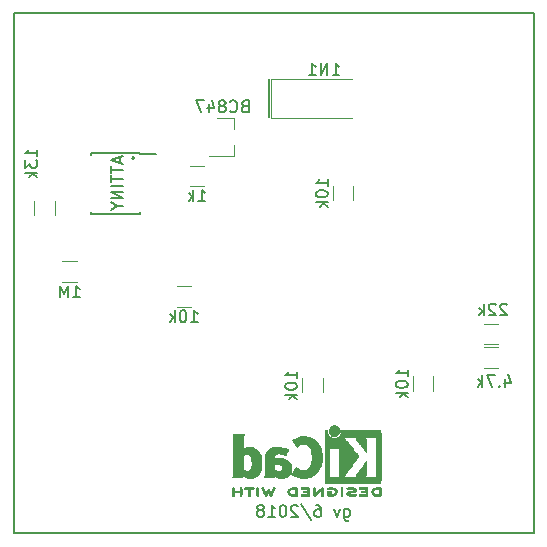
<source format=gbr>
G04 #@! TF.FileFunction,Legend,Bot*
%FSLAX46Y46*%
G04 Gerber Fmt 4.6, Leading zero omitted, Abs format (unit mm)*
G04 Created by KiCad (PCBNEW 4.0.7) date Sun Jun 24 13:53:47 2018*
%MOMM*%
%LPD*%
G01*
G04 APERTURE LIST*
%ADD10C,0.100000*%
%ADD11C,0.200000*%
%ADD12C,0.250000*%
%ADD13C,0.150000*%
%ADD14C,0.120000*%
%ADD15C,0.010000*%
G04 APERTURE END LIST*
D10*
D11*
X131370000Y-75160000D02*
X131370000Y-78380000D01*
D12*
X119870000Y-81757143D02*
X119822381Y-81804762D01*
X119870000Y-81852381D01*
X119917619Y-81804762D01*
X119870000Y-81757143D01*
X119870000Y-81852381D01*
D13*
X137764381Y-111555714D02*
X137764381Y-112365238D01*
X137812000Y-112460476D01*
X137859619Y-112508095D01*
X137954858Y-112555714D01*
X138097715Y-112555714D01*
X138192953Y-112508095D01*
X137764381Y-112174762D02*
X137859619Y-112222381D01*
X138050096Y-112222381D01*
X138145334Y-112174762D01*
X138192953Y-112127143D01*
X138240572Y-112031905D01*
X138240572Y-111746190D01*
X138192953Y-111650952D01*
X138145334Y-111603333D01*
X138050096Y-111555714D01*
X137859619Y-111555714D01*
X137764381Y-111603333D01*
X137383429Y-111555714D02*
X137145334Y-112222381D01*
X136907238Y-111555714D01*
X135335809Y-111222381D02*
X135526286Y-111222381D01*
X135621524Y-111270000D01*
X135669143Y-111317619D01*
X135764381Y-111460476D01*
X135812000Y-111650952D01*
X135812000Y-112031905D01*
X135764381Y-112127143D01*
X135716762Y-112174762D01*
X135621524Y-112222381D01*
X135431047Y-112222381D01*
X135335809Y-112174762D01*
X135288190Y-112127143D01*
X135240571Y-112031905D01*
X135240571Y-111793810D01*
X135288190Y-111698571D01*
X135335809Y-111650952D01*
X135431047Y-111603333D01*
X135621524Y-111603333D01*
X135716762Y-111650952D01*
X135764381Y-111698571D01*
X135812000Y-111793810D01*
X134097714Y-111174762D02*
X134954857Y-112460476D01*
X133812000Y-111317619D02*
X133764381Y-111270000D01*
X133669143Y-111222381D01*
X133431047Y-111222381D01*
X133335809Y-111270000D01*
X133288190Y-111317619D01*
X133240571Y-111412857D01*
X133240571Y-111508095D01*
X133288190Y-111650952D01*
X133859619Y-112222381D01*
X133240571Y-112222381D01*
X132621524Y-111222381D02*
X132526285Y-111222381D01*
X132431047Y-111270000D01*
X132383428Y-111317619D01*
X132335809Y-111412857D01*
X132288190Y-111603333D01*
X132288190Y-111841429D01*
X132335809Y-112031905D01*
X132383428Y-112127143D01*
X132431047Y-112174762D01*
X132526285Y-112222381D01*
X132621524Y-112222381D01*
X132716762Y-112174762D01*
X132764381Y-112127143D01*
X132812000Y-112031905D01*
X132859619Y-111841429D01*
X132859619Y-111603333D01*
X132812000Y-111412857D01*
X132764381Y-111317619D01*
X132716762Y-111270000D01*
X132621524Y-111222381D01*
X131335809Y-112222381D02*
X131907238Y-112222381D01*
X131621524Y-112222381D02*
X131621524Y-111222381D01*
X131716762Y-111365238D01*
X131812000Y-111460476D01*
X131907238Y-111508095D01*
X130764381Y-111650952D02*
X130859619Y-111603333D01*
X130907238Y-111555714D01*
X130954857Y-111460476D01*
X130954857Y-111412857D01*
X130907238Y-111317619D01*
X130859619Y-111270000D01*
X130764381Y-111222381D01*
X130573904Y-111222381D01*
X130478666Y-111270000D01*
X130431047Y-111317619D01*
X130383428Y-111412857D01*
X130383428Y-111460476D01*
X130431047Y-111555714D01*
X130478666Y-111603333D01*
X130573904Y-111650952D01*
X130764381Y-111650952D01*
X130859619Y-111698571D01*
X130907238Y-111746190D01*
X130954857Y-111841429D01*
X130954857Y-112031905D01*
X130907238Y-112127143D01*
X130859619Y-112174762D01*
X130764381Y-112222381D01*
X130573904Y-112222381D01*
X130478666Y-112174762D01*
X130431047Y-112127143D01*
X130383428Y-112031905D01*
X130383428Y-111841429D01*
X130431047Y-111746190D01*
X130478666Y-111698571D01*
X130573904Y-111650952D01*
X109800000Y-113600000D02*
X109800000Y-69600000D01*
X153800000Y-113600000D02*
X109800000Y-113600000D01*
X153800000Y-69600000D02*
X153800000Y-113600000D01*
X109800000Y-69600000D02*
X153800000Y-69600000D01*
D14*
X128450000Y-78480000D02*
X128450000Y-79410000D01*
X128450000Y-81640000D02*
X128450000Y-80710000D01*
X128450000Y-81640000D02*
X126290000Y-81640000D01*
X128450000Y-78480000D02*
X126990000Y-78480000D01*
X111490000Y-85460000D02*
X111490000Y-86660000D01*
X113250000Y-86660000D02*
X113250000Y-85460000D01*
X113900000Y-92330000D02*
X115100000Y-92330000D01*
X115100000Y-90570000D02*
X113900000Y-90570000D01*
X125910000Y-82490000D02*
X124710000Y-82490000D01*
X124710000Y-84250000D02*
X125910000Y-84250000D01*
X149580000Y-97630000D02*
X150780000Y-97630000D01*
X150780000Y-95870000D02*
X149580000Y-95870000D01*
X150780000Y-97830000D02*
X149580000Y-97830000D01*
X149580000Y-99590000D02*
X150780000Y-99590000D01*
X136780000Y-84210000D02*
X136780000Y-85410000D01*
X138540000Y-85410000D02*
X138540000Y-84210000D01*
X143560000Y-100330000D02*
X143560000Y-101530000D01*
X145320000Y-101530000D02*
X145320000Y-100330000D01*
X134180000Y-100490000D02*
X134180000Y-101690000D01*
X135940000Y-101690000D02*
X135940000Y-100490000D01*
X123590000Y-94420000D02*
X124790000Y-94420000D01*
X124790000Y-92660000D02*
X123590000Y-92660000D01*
D13*
X120455000Y-81425000D02*
X120455000Y-81475000D01*
X116305000Y-81425000D02*
X116305000Y-81570000D01*
X116305000Y-86575000D02*
X116305000Y-86430000D01*
X120455000Y-86575000D02*
X120455000Y-86430000D01*
X120455000Y-81425000D02*
X116305000Y-81425000D01*
X120455000Y-86575000D02*
X116305000Y-86575000D01*
X120455000Y-81475000D02*
X121855000Y-81475000D01*
D14*
X131540000Y-78440000D02*
X131540000Y-75140000D01*
X131540000Y-75140000D02*
X138440000Y-75140000D01*
X131540000Y-78440000D02*
X138440000Y-78440000D01*
D15*
G36*
X140687371Y-109721066D02*
X140647889Y-109721467D01*
X140532200Y-109724259D01*
X140435311Y-109732550D01*
X140353919Y-109747232D01*
X140284723Y-109769193D01*
X140224420Y-109799322D01*
X140169708Y-109838510D01*
X140150167Y-109855532D01*
X140117750Y-109895363D01*
X140088520Y-109949413D01*
X140065991Y-110009323D01*
X140053679Y-110066739D01*
X140052400Y-110087956D01*
X140060417Y-110146769D01*
X140081899Y-110211013D01*
X140112999Y-110271821D01*
X140149866Y-110320330D01*
X140155854Y-110326182D01*
X140206579Y-110367321D01*
X140262125Y-110399435D01*
X140325696Y-110423365D01*
X140400494Y-110439953D01*
X140489722Y-110450041D01*
X140596582Y-110454469D01*
X140645528Y-110454845D01*
X140707762Y-110454545D01*
X140751528Y-110453292D01*
X140780931Y-110450554D01*
X140800079Y-110445801D01*
X140813077Y-110438501D01*
X140820045Y-110432267D01*
X140826626Y-110424694D01*
X140831788Y-110414924D01*
X140835703Y-110400340D01*
X140838543Y-110378326D01*
X140840480Y-110346264D01*
X140841684Y-110301536D01*
X140842328Y-110241526D01*
X140842583Y-110163617D01*
X140842622Y-110087956D01*
X140842870Y-109987041D01*
X140842817Y-109906427D01*
X140841857Y-109867822D01*
X140695867Y-109867822D01*
X140695867Y-110308089D01*
X140602734Y-110308004D01*
X140546693Y-110306396D01*
X140487999Y-110302256D01*
X140439028Y-110296464D01*
X140437538Y-110296226D01*
X140358392Y-110277090D01*
X140297002Y-110247287D01*
X140250305Y-110204878D01*
X140220635Y-110158961D01*
X140202353Y-110108026D01*
X140203771Y-110060200D01*
X140224988Y-110008933D01*
X140266489Y-109955899D01*
X140323998Y-109916600D01*
X140398750Y-109890331D01*
X140448708Y-109881035D01*
X140505416Y-109874507D01*
X140565519Y-109869782D01*
X140616639Y-109867817D01*
X140619667Y-109867808D01*
X140695867Y-109867822D01*
X140841857Y-109867822D01*
X140841260Y-109843851D01*
X140836998Y-109797055D01*
X140828830Y-109763778D01*
X140815556Y-109741759D01*
X140795974Y-109728739D01*
X140768883Y-109722457D01*
X140733082Y-109720653D01*
X140687371Y-109721066D01*
X140687371Y-109721066D01*
G37*
X140687371Y-109721066D02*
X140647889Y-109721467D01*
X140532200Y-109724259D01*
X140435311Y-109732550D01*
X140353919Y-109747232D01*
X140284723Y-109769193D01*
X140224420Y-109799322D01*
X140169708Y-109838510D01*
X140150167Y-109855532D01*
X140117750Y-109895363D01*
X140088520Y-109949413D01*
X140065991Y-110009323D01*
X140053679Y-110066739D01*
X140052400Y-110087956D01*
X140060417Y-110146769D01*
X140081899Y-110211013D01*
X140112999Y-110271821D01*
X140149866Y-110320330D01*
X140155854Y-110326182D01*
X140206579Y-110367321D01*
X140262125Y-110399435D01*
X140325696Y-110423365D01*
X140400494Y-110439953D01*
X140489722Y-110450041D01*
X140596582Y-110454469D01*
X140645528Y-110454845D01*
X140707762Y-110454545D01*
X140751528Y-110453292D01*
X140780931Y-110450554D01*
X140800079Y-110445801D01*
X140813077Y-110438501D01*
X140820045Y-110432267D01*
X140826626Y-110424694D01*
X140831788Y-110414924D01*
X140835703Y-110400340D01*
X140838543Y-110378326D01*
X140840480Y-110346264D01*
X140841684Y-110301536D01*
X140842328Y-110241526D01*
X140842583Y-110163617D01*
X140842622Y-110087956D01*
X140842870Y-109987041D01*
X140842817Y-109906427D01*
X140841857Y-109867822D01*
X140695867Y-109867822D01*
X140695867Y-110308089D01*
X140602734Y-110308004D01*
X140546693Y-110306396D01*
X140487999Y-110302256D01*
X140439028Y-110296464D01*
X140437538Y-110296226D01*
X140358392Y-110277090D01*
X140297002Y-110247287D01*
X140250305Y-110204878D01*
X140220635Y-110158961D01*
X140202353Y-110108026D01*
X140203771Y-110060200D01*
X140224988Y-110008933D01*
X140266489Y-109955899D01*
X140323998Y-109916600D01*
X140398750Y-109890331D01*
X140448708Y-109881035D01*
X140505416Y-109874507D01*
X140565519Y-109869782D01*
X140616639Y-109867817D01*
X140619667Y-109867808D01*
X140695867Y-109867822D01*
X140841857Y-109867822D01*
X140841260Y-109843851D01*
X140836998Y-109797055D01*
X140828830Y-109763778D01*
X140815556Y-109741759D01*
X140795974Y-109728739D01*
X140768883Y-109722457D01*
X140733082Y-109720653D01*
X140687371Y-109721066D01*
G36*
X139278794Y-109721146D02*
X139209386Y-109721518D01*
X139156997Y-109722385D01*
X139118847Y-109723946D01*
X139092159Y-109726403D01*
X139074153Y-109729957D01*
X139062049Y-109734810D01*
X139053069Y-109741161D01*
X139049818Y-109744084D01*
X139030043Y-109775142D01*
X139026482Y-109810828D01*
X139039491Y-109842510D01*
X139045506Y-109848913D01*
X139055235Y-109855121D01*
X139070901Y-109859910D01*
X139095408Y-109863514D01*
X139131661Y-109866164D01*
X139182565Y-109868095D01*
X139251026Y-109869539D01*
X139313617Y-109870418D01*
X139561334Y-109873467D01*
X139564719Y-109938378D01*
X139568105Y-110003289D01*
X139399958Y-110003289D01*
X139326959Y-110003919D01*
X139273517Y-110006553D01*
X139236628Y-110012309D01*
X139213288Y-110022304D01*
X139200494Y-110037656D01*
X139195242Y-110059482D01*
X139194445Y-110079738D01*
X139196923Y-110104592D01*
X139206277Y-110122906D01*
X139225383Y-110135637D01*
X139257118Y-110143741D01*
X139304359Y-110148176D01*
X139369983Y-110149899D01*
X139405801Y-110150045D01*
X139566978Y-110150045D01*
X139566978Y-110308089D01*
X139318622Y-110308089D01*
X139237213Y-110308202D01*
X139175342Y-110308712D01*
X139129968Y-110309870D01*
X139098054Y-110311930D01*
X139076559Y-110315146D01*
X139062443Y-110319772D01*
X139052668Y-110326059D01*
X139047689Y-110330667D01*
X139030610Y-110357560D01*
X139025111Y-110381467D01*
X139032963Y-110410667D01*
X139047689Y-110432267D01*
X139055546Y-110439066D01*
X139065688Y-110444346D01*
X139080844Y-110448298D01*
X139103741Y-110451113D01*
X139137109Y-110452982D01*
X139183675Y-110454098D01*
X139246167Y-110454651D01*
X139327314Y-110454833D01*
X139369422Y-110454845D01*
X139459598Y-110454765D01*
X139529924Y-110454398D01*
X139583129Y-110453552D01*
X139621940Y-110452036D01*
X139649087Y-110449659D01*
X139667298Y-110446229D01*
X139679300Y-110441554D01*
X139687822Y-110435444D01*
X139691156Y-110432267D01*
X139697755Y-110424670D01*
X139702927Y-110414870D01*
X139706846Y-110400239D01*
X139709684Y-110378152D01*
X139711615Y-110345982D01*
X139712812Y-110301103D01*
X139713448Y-110240889D01*
X139713697Y-110162713D01*
X139713734Y-110089923D01*
X139713700Y-109996707D01*
X139713465Y-109923431D01*
X139712830Y-109867458D01*
X139711594Y-109826151D01*
X139709556Y-109796872D01*
X139706517Y-109776984D01*
X139702277Y-109763850D01*
X139696635Y-109754832D01*
X139689391Y-109747293D01*
X139687606Y-109745612D01*
X139678945Y-109738172D01*
X139668882Y-109732409D01*
X139654625Y-109728112D01*
X139633383Y-109725064D01*
X139602364Y-109723051D01*
X139558777Y-109721860D01*
X139499831Y-109721275D01*
X139422734Y-109721083D01*
X139368001Y-109721067D01*
X139278794Y-109721146D01*
X139278794Y-109721146D01*
G37*
X139278794Y-109721146D02*
X139209386Y-109721518D01*
X139156997Y-109722385D01*
X139118847Y-109723946D01*
X139092159Y-109726403D01*
X139074153Y-109729957D01*
X139062049Y-109734810D01*
X139053069Y-109741161D01*
X139049818Y-109744084D01*
X139030043Y-109775142D01*
X139026482Y-109810828D01*
X139039491Y-109842510D01*
X139045506Y-109848913D01*
X139055235Y-109855121D01*
X139070901Y-109859910D01*
X139095408Y-109863514D01*
X139131661Y-109866164D01*
X139182565Y-109868095D01*
X139251026Y-109869539D01*
X139313617Y-109870418D01*
X139561334Y-109873467D01*
X139564719Y-109938378D01*
X139568105Y-110003289D01*
X139399958Y-110003289D01*
X139326959Y-110003919D01*
X139273517Y-110006553D01*
X139236628Y-110012309D01*
X139213288Y-110022304D01*
X139200494Y-110037656D01*
X139195242Y-110059482D01*
X139194445Y-110079738D01*
X139196923Y-110104592D01*
X139206277Y-110122906D01*
X139225383Y-110135637D01*
X139257118Y-110143741D01*
X139304359Y-110148176D01*
X139369983Y-110149899D01*
X139405801Y-110150045D01*
X139566978Y-110150045D01*
X139566978Y-110308089D01*
X139318622Y-110308089D01*
X139237213Y-110308202D01*
X139175342Y-110308712D01*
X139129968Y-110309870D01*
X139098054Y-110311930D01*
X139076559Y-110315146D01*
X139062443Y-110319772D01*
X139052668Y-110326059D01*
X139047689Y-110330667D01*
X139030610Y-110357560D01*
X139025111Y-110381467D01*
X139032963Y-110410667D01*
X139047689Y-110432267D01*
X139055546Y-110439066D01*
X139065688Y-110444346D01*
X139080844Y-110448298D01*
X139103741Y-110451113D01*
X139137109Y-110452982D01*
X139183675Y-110454098D01*
X139246167Y-110454651D01*
X139327314Y-110454833D01*
X139369422Y-110454845D01*
X139459598Y-110454765D01*
X139529924Y-110454398D01*
X139583129Y-110453552D01*
X139621940Y-110452036D01*
X139649087Y-110449659D01*
X139667298Y-110446229D01*
X139679300Y-110441554D01*
X139687822Y-110435444D01*
X139691156Y-110432267D01*
X139697755Y-110424670D01*
X139702927Y-110414870D01*
X139706846Y-110400239D01*
X139709684Y-110378152D01*
X139711615Y-110345982D01*
X139712812Y-110301103D01*
X139713448Y-110240889D01*
X139713697Y-110162713D01*
X139713734Y-110089923D01*
X139713700Y-109996707D01*
X139713465Y-109923431D01*
X139712830Y-109867458D01*
X139711594Y-109826151D01*
X139709556Y-109796872D01*
X139706517Y-109776984D01*
X139702277Y-109763850D01*
X139696635Y-109754832D01*
X139689391Y-109747293D01*
X139687606Y-109745612D01*
X139678945Y-109738172D01*
X139668882Y-109732409D01*
X139654625Y-109728112D01*
X139633383Y-109725064D01*
X139602364Y-109723051D01*
X139558777Y-109721860D01*
X139499831Y-109721275D01*
X139422734Y-109721083D01*
X139368001Y-109721067D01*
X139278794Y-109721146D01*
G36*
X138257703Y-109722351D02*
X138182888Y-109727581D01*
X138113306Y-109735750D01*
X138053002Y-109746550D01*
X138006020Y-109759673D01*
X137976406Y-109774813D01*
X137971860Y-109779269D01*
X137956054Y-109813850D01*
X137960847Y-109849351D01*
X137985364Y-109879725D01*
X137986534Y-109880596D01*
X138000954Y-109889954D01*
X138016008Y-109894876D01*
X138037005Y-109895473D01*
X138069257Y-109891861D01*
X138118073Y-109884154D01*
X138122000Y-109883505D01*
X138194739Y-109874569D01*
X138273217Y-109870161D01*
X138351927Y-109870119D01*
X138425361Y-109874279D01*
X138488011Y-109882479D01*
X138534370Y-109894557D01*
X138537416Y-109895771D01*
X138571048Y-109914615D01*
X138582864Y-109933685D01*
X138573614Y-109952439D01*
X138544047Y-109970337D01*
X138494911Y-109986837D01*
X138426957Y-110001396D01*
X138381645Y-110008406D01*
X138287456Y-110021889D01*
X138212544Y-110034214D01*
X138153717Y-110046449D01*
X138107785Y-110059661D01*
X138071555Y-110074917D01*
X138041838Y-110093285D01*
X138015442Y-110115831D01*
X137994230Y-110137971D01*
X137969065Y-110168819D01*
X137956681Y-110195345D01*
X137952808Y-110228026D01*
X137952667Y-110239995D01*
X137955576Y-110279712D01*
X137967202Y-110309259D01*
X137987323Y-110335486D01*
X138028216Y-110375576D01*
X138073817Y-110406149D01*
X138127513Y-110428203D01*
X138192692Y-110442735D01*
X138272744Y-110450741D01*
X138371057Y-110453218D01*
X138387289Y-110453177D01*
X138452849Y-110451818D01*
X138517866Y-110448730D01*
X138575252Y-110444356D01*
X138617922Y-110439140D01*
X138621372Y-110438541D01*
X138663796Y-110428491D01*
X138699780Y-110415796D01*
X138720150Y-110404190D01*
X138739107Y-110373572D01*
X138740427Y-110337918D01*
X138724085Y-110306144D01*
X138720429Y-110302551D01*
X138705315Y-110291876D01*
X138686415Y-110287276D01*
X138657162Y-110288059D01*
X138621651Y-110292127D01*
X138581970Y-110295762D01*
X138526345Y-110298828D01*
X138461406Y-110301053D01*
X138393785Y-110302164D01*
X138376000Y-110302237D01*
X138308128Y-110301964D01*
X138258454Y-110300646D01*
X138222610Y-110297827D01*
X138196224Y-110293050D01*
X138174926Y-110285857D01*
X138162126Y-110279867D01*
X138134000Y-110263233D01*
X138116068Y-110248168D01*
X138113447Y-110243897D01*
X138118976Y-110226263D01*
X138145260Y-110209192D01*
X138190478Y-110193458D01*
X138252808Y-110179838D01*
X138271171Y-110176804D01*
X138367090Y-110161738D01*
X138443641Y-110149146D01*
X138503780Y-110138111D01*
X138550460Y-110127720D01*
X138586637Y-110117056D01*
X138615265Y-110105205D01*
X138639298Y-110091251D01*
X138661692Y-110074281D01*
X138685402Y-110053378D01*
X138693380Y-110046049D01*
X138721353Y-110018699D01*
X138736160Y-109997029D01*
X138741952Y-109972232D01*
X138742889Y-109940983D01*
X138732575Y-109879705D01*
X138701752Y-109827640D01*
X138650595Y-109784958D01*
X138579283Y-109751825D01*
X138528400Y-109736964D01*
X138473100Y-109727366D01*
X138406853Y-109721936D01*
X138333706Y-109720367D01*
X138257703Y-109722351D01*
X138257703Y-109722351D01*
G37*
X138257703Y-109722351D02*
X138182888Y-109727581D01*
X138113306Y-109735750D01*
X138053002Y-109746550D01*
X138006020Y-109759673D01*
X137976406Y-109774813D01*
X137971860Y-109779269D01*
X137956054Y-109813850D01*
X137960847Y-109849351D01*
X137985364Y-109879725D01*
X137986534Y-109880596D01*
X138000954Y-109889954D01*
X138016008Y-109894876D01*
X138037005Y-109895473D01*
X138069257Y-109891861D01*
X138118073Y-109884154D01*
X138122000Y-109883505D01*
X138194739Y-109874569D01*
X138273217Y-109870161D01*
X138351927Y-109870119D01*
X138425361Y-109874279D01*
X138488011Y-109882479D01*
X138534370Y-109894557D01*
X138537416Y-109895771D01*
X138571048Y-109914615D01*
X138582864Y-109933685D01*
X138573614Y-109952439D01*
X138544047Y-109970337D01*
X138494911Y-109986837D01*
X138426957Y-110001396D01*
X138381645Y-110008406D01*
X138287456Y-110021889D01*
X138212544Y-110034214D01*
X138153717Y-110046449D01*
X138107785Y-110059661D01*
X138071555Y-110074917D01*
X138041838Y-110093285D01*
X138015442Y-110115831D01*
X137994230Y-110137971D01*
X137969065Y-110168819D01*
X137956681Y-110195345D01*
X137952808Y-110228026D01*
X137952667Y-110239995D01*
X137955576Y-110279712D01*
X137967202Y-110309259D01*
X137987323Y-110335486D01*
X138028216Y-110375576D01*
X138073817Y-110406149D01*
X138127513Y-110428203D01*
X138192692Y-110442735D01*
X138272744Y-110450741D01*
X138371057Y-110453218D01*
X138387289Y-110453177D01*
X138452849Y-110451818D01*
X138517866Y-110448730D01*
X138575252Y-110444356D01*
X138617922Y-110439140D01*
X138621372Y-110438541D01*
X138663796Y-110428491D01*
X138699780Y-110415796D01*
X138720150Y-110404190D01*
X138739107Y-110373572D01*
X138740427Y-110337918D01*
X138724085Y-110306144D01*
X138720429Y-110302551D01*
X138705315Y-110291876D01*
X138686415Y-110287276D01*
X138657162Y-110288059D01*
X138621651Y-110292127D01*
X138581970Y-110295762D01*
X138526345Y-110298828D01*
X138461406Y-110301053D01*
X138393785Y-110302164D01*
X138376000Y-110302237D01*
X138308128Y-110301964D01*
X138258454Y-110300646D01*
X138222610Y-110297827D01*
X138196224Y-110293050D01*
X138174926Y-110285857D01*
X138162126Y-110279867D01*
X138134000Y-110263233D01*
X138116068Y-110248168D01*
X138113447Y-110243897D01*
X138118976Y-110226263D01*
X138145260Y-110209192D01*
X138190478Y-110193458D01*
X138252808Y-110179838D01*
X138271171Y-110176804D01*
X138367090Y-110161738D01*
X138443641Y-110149146D01*
X138503780Y-110138111D01*
X138550460Y-110127720D01*
X138586637Y-110117056D01*
X138615265Y-110105205D01*
X138639298Y-110091251D01*
X138661692Y-110074281D01*
X138685402Y-110053378D01*
X138693380Y-110046049D01*
X138721353Y-110018699D01*
X138736160Y-109997029D01*
X138741952Y-109972232D01*
X138742889Y-109940983D01*
X138732575Y-109879705D01*
X138701752Y-109827640D01*
X138650595Y-109784958D01*
X138579283Y-109751825D01*
X138528400Y-109736964D01*
X138473100Y-109727366D01*
X138406853Y-109721936D01*
X138333706Y-109720367D01*
X138257703Y-109722351D01*
G36*
X137489822Y-109743645D02*
X137483242Y-109751218D01*
X137478079Y-109760987D01*
X137474164Y-109775571D01*
X137471324Y-109797585D01*
X137469387Y-109829648D01*
X137468183Y-109874375D01*
X137467539Y-109934385D01*
X137467284Y-110012294D01*
X137467245Y-110087956D01*
X137467314Y-110181802D01*
X137467638Y-110255689D01*
X137468386Y-110312232D01*
X137469732Y-110354049D01*
X137471846Y-110383757D01*
X137474900Y-110403973D01*
X137479066Y-110417314D01*
X137484516Y-110426398D01*
X137489822Y-110432267D01*
X137522826Y-110451947D01*
X137557991Y-110450181D01*
X137589455Y-110428717D01*
X137596684Y-110420337D01*
X137602334Y-110410614D01*
X137606599Y-110396861D01*
X137609673Y-110376389D01*
X137611752Y-110346512D01*
X137613030Y-110304541D01*
X137613701Y-110247789D01*
X137613959Y-110173567D01*
X137614000Y-110089537D01*
X137614000Y-109776485D01*
X137586291Y-109748776D01*
X137552137Y-109725463D01*
X137519006Y-109724623D01*
X137489822Y-109743645D01*
X137489822Y-109743645D01*
G37*
X137489822Y-109743645D02*
X137483242Y-109751218D01*
X137478079Y-109760987D01*
X137474164Y-109775571D01*
X137471324Y-109797585D01*
X137469387Y-109829648D01*
X137468183Y-109874375D01*
X137467539Y-109934385D01*
X137467284Y-110012294D01*
X137467245Y-110087956D01*
X137467314Y-110181802D01*
X137467638Y-110255689D01*
X137468386Y-110312232D01*
X137469732Y-110354049D01*
X137471846Y-110383757D01*
X137474900Y-110403973D01*
X137479066Y-110417314D01*
X137484516Y-110426398D01*
X137489822Y-110432267D01*
X137522826Y-110451947D01*
X137557991Y-110450181D01*
X137589455Y-110428717D01*
X137596684Y-110420337D01*
X137602334Y-110410614D01*
X137606599Y-110396861D01*
X137609673Y-110376389D01*
X137611752Y-110346512D01*
X137613030Y-110304541D01*
X137613701Y-110247789D01*
X137613959Y-110173567D01*
X137614000Y-110089537D01*
X137614000Y-109776485D01*
X137586291Y-109748776D01*
X137552137Y-109725463D01*
X137519006Y-109724623D01*
X137489822Y-109743645D01*
G36*
X136516081Y-109726599D02*
X136447565Y-109738095D01*
X136394943Y-109755967D01*
X136360708Y-109779499D01*
X136351379Y-109792924D01*
X136341893Y-109824148D01*
X136348277Y-109852395D01*
X136368430Y-109879182D01*
X136399745Y-109891713D01*
X136445183Y-109890696D01*
X136480326Y-109883906D01*
X136558419Y-109870971D01*
X136638226Y-109869742D01*
X136727555Y-109880241D01*
X136752229Y-109884690D01*
X136835291Y-109908108D01*
X136900273Y-109942945D01*
X136946461Y-109988604D01*
X136973145Y-110044494D01*
X136978663Y-110073388D01*
X136975051Y-110132012D01*
X136951729Y-110183879D01*
X136910824Y-110227978D01*
X136854459Y-110263299D01*
X136784760Y-110288829D01*
X136703852Y-110303559D01*
X136613860Y-110306478D01*
X136516910Y-110296575D01*
X136511436Y-110295641D01*
X136472875Y-110288459D01*
X136451494Y-110281521D01*
X136442227Y-110271227D01*
X136440006Y-110253976D01*
X136439956Y-110244841D01*
X136439956Y-110206489D01*
X136508431Y-110206489D01*
X136568900Y-110202347D01*
X136610165Y-110189147D01*
X136634175Y-110165730D01*
X136642877Y-110130936D01*
X136642983Y-110126394D01*
X136637892Y-110096654D01*
X136620433Y-110075419D01*
X136587939Y-110061366D01*
X136537743Y-110053173D01*
X136489123Y-110050161D01*
X136418456Y-110048433D01*
X136367198Y-110051070D01*
X136332239Y-110060800D01*
X136310470Y-110080353D01*
X136298780Y-110112456D01*
X136294060Y-110159838D01*
X136293200Y-110222071D01*
X136294609Y-110291535D01*
X136298848Y-110338786D01*
X136305936Y-110364012D01*
X136307311Y-110365988D01*
X136346228Y-110397508D01*
X136403286Y-110422470D01*
X136474869Y-110440340D01*
X136557358Y-110450586D01*
X136647139Y-110452673D01*
X136740592Y-110446068D01*
X136795556Y-110437956D01*
X136881766Y-110413554D01*
X136961892Y-110373662D01*
X137028977Y-110321887D01*
X137039173Y-110311539D01*
X137072302Y-110268035D01*
X137102194Y-110214118D01*
X137125357Y-110157592D01*
X137138298Y-110106259D01*
X137139858Y-110086544D01*
X137133218Y-110045419D01*
X137115568Y-109994252D01*
X137090297Y-109940394D01*
X137060789Y-109891195D01*
X137034719Y-109858334D01*
X136973765Y-109809452D01*
X136894969Y-109770545D01*
X136801157Y-109742494D01*
X136695150Y-109726179D01*
X136598000Y-109722192D01*
X136516081Y-109726599D01*
X136516081Y-109726599D01*
G37*
X136516081Y-109726599D02*
X136447565Y-109738095D01*
X136394943Y-109755967D01*
X136360708Y-109779499D01*
X136351379Y-109792924D01*
X136341893Y-109824148D01*
X136348277Y-109852395D01*
X136368430Y-109879182D01*
X136399745Y-109891713D01*
X136445183Y-109890696D01*
X136480326Y-109883906D01*
X136558419Y-109870971D01*
X136638226Y-109869742D01*
X136727555Y-109880241D01*
X136752229Y-109884690D01*
X136835291Y-109908108D01*
X136900273Y-109942945D01*
X136946461Y-109988604D01*
X136973145Y-110044494D01*
X136978663Y-110073388D01*
X136975051Y-110132012D01*
X136951729Y-110183879D01*
X136910824Y-110227978D01*
X136854459Y-110263299D01*
X136784760Y-110288829D01*
X136703852Y-110303559D01*
X136613860Y-110306478D01*
X136516910Y-110296575D01*
X136511436Y-110295641D01*
X136472875Y-110288459D01*
X136451494Y-110281521D01*
X136442227Y-110271227D01*
X136440006Y-110253976D01*
X136439956Y-110244841D01*
X136439956Y-110206489D01*
X136508431Y-110206489D01*
X136568900Y-110202347D01*
X136610165Y-110189147D01*
X136634175Y-110165730D01*
X136642877Y-110130936D01*
X136642983Y-110126394D01*
X136637892Y-110096654D01*
X136620433Y-110075419D01*
X136587939Y-110061366D01*
X136537743Y-110053173D01*
X136489123Y-110050161D01*
X136418456Y-110048433D01*
X136367198Y-110051070D01*
X136332239Y-110060800D01*
X136310470Y-110080353D01*
X136298780Y-110112456D01*
X136294060Y-110159838D01*
X136293200Y-110222071D01*
X136294609Y-110291535D01*
X136298848Y-110338786D01*
X136305936Y-110364012D01*
X136307311Y-110365988D01*
X136346228Y-110397508D01*
X136403286Y-110422470D01*
X136474869Y-110440340D01*
X136557358Y-110450586D01*
X136647139Y-110452673D01*
X136740592Y-110446068D01*
X136795556Y-110437956D01*
X136881766Y-110413554D01*
X136961892Y-110373662D01*
X137028977Y-110321887D01*
X137039173Y-110311539D01*
X137072302Y-110268035D01*
X137102194Y-110214118D01*
X137125357Y-110157592D01*
X137138298Y-110106259D01*
X137139858Y-110086544D01*
X137133218Y-110045419D01*
X137115568Y-109994252D01*
X137090297Y-109940394D01*
X137060789Y-109891195D01*
X137034719Y-109858334D01*
X136973765Y-109809452D01*
X136894969Y-109770545D01*
X136801157Y-109742494D01*
X136695150Y-109726179D01*
X136598000Y-109722192D01*
X136516081Y-109726599D01*
G36*
X135866114Y-109725448D02*
X135842548Y-109739273D01*
X135811735Y-109761881D01*
X135772078Y-109794338D01*
X135721980Y-109837708D01*
X135659843Y-109893058D01*
X135584072Y-109961451D01*
X135497334Y-110040084D01*
X135316711Y-110203878D01*
X135311067Y-109984029D01*
X135309029Y-109908351D01*
X135307063Y-109851994D01*
X135304734Y-109811706D01*
X135301606Y-109784235D01*
X135297245Y-109766329D01*
X135291216Y-109754737D01*
X135283084Y-109746208D01*
X135278772Y-109742623D01*
X135244241Y-109723670D01*
X135211383Y-109726441D01*
X135185318Y-109742633D01*
X135158667Y-109764199D01*
X135155352Y-110079151D01*
X135154435Y-110171779D01*
X135153968Y-110244544D01*
X135154113Y-110300161D01*
X135155032Y-110341342D01*
X135156887Y-110370803D01*
X135159839Y-110391255D01*
X135164050Y-110405413D01*
X135169682Y-110415991D01*
X135175927Y-110424474D01*
X135189439Y-110440207D01*
X135202883Y-110450636D01*
X135218124Y-110454639D01*
X135237026Y-110451094D01*
X135261455Y-110438879D01*
X135293273Y-110416871D01*
X135334348Y-110383949D01*
X135386542Y-110338991D01*
X135451722Y-110280875D01*
X135525556Y-110214099D01*
X135790845Y-109973458D01*
X135796489Y-110192589D01*
X135798531Y-110268128D01*
X135800502Y-110324354D01*
X135802839Y-110364524D01*
X135805981Y-110391896D01*
X135810364Y-110409728D01*
X135816424Y-110421279D01*
X135824600Y-110429807D01*
X135828784Y-110433282D01*
X135865765Y-110452372D01*
X135900708Y-110449493D01*
X135931136Y-110425100D01*
X135938097Y-110415286D01*
X135943523Y-110403826D01*
X135947603Y-110387968D01*
X135950529Y-110364963D01*
X135952492Y-110332062D01*
X135953683Y-110286516D01*
X135954292Y-110225573D01*
X135954511Y-110146486D01*
X135954534Y-110087956D01*
X135954460Y-109996407D01*
X135954113Y-109924687D01*
X135953301Y-109870045D01*
X135951833Y-109829732D01*
X135949519Y-109800998D01*
X135946167Y-109781093D01*
X135941588Y-109767268D01*
X135935589Y-109756772D01*
X135931136Y-109750811D01*
X135919850Y-109736691D01*
X135909301Y-109726029D01*
X135897893Y-109719892D01*
X135884030Y-109719343D01*
X135866114Y-109725448D01*
X135866114Y-109725448D01*
G37*
X135866114Y-109725448D02*
X135842548Y-109739273D01*
X135811735Y-109761881D01*
X135772078Y-109794338D01*
X135721980Y-109837708D01*
X135659843Y-109893058D01*
X135584072Y-109961451D01*
X135497334Y-110040084D01*
X135316711Y-110203878D01*
X135311067Y-109984029D01*
X135309029Y-109908351D01*
X135307063Y-109851994D01*
X135304734Y-109811706D01*
X135301606Y-109784235D01*
X135297245Y-109766329D01*
X135291216Y-109754737D01*
X135283084Y-109746208D01*
X135278772Y-109742623D01*
X135244241Y-109723670D01*
X135211383Y-109726441D01*
X135185318Y-109742633D01*
X135158667Y-109764199D01*
X135155352Y-110079151D01*
X135154435Y-110171779D01*
X135153968Y-110244544D01*
X135154113Y-110300161D01*
X135155032Y-110341342D01*
X135156887Y-110370803D01*
X135159839Y-110391255D01*
X135164050Y-110405413D01*
X135169682Y-110415991D01*
X135175927Y-110424474D01*
X135189439Y-110440207D01*
X135202883Y-110450636D01*
X135218124Y-110454639D01*
X135237026Y-110451094D01*
X135261455Y-110438879D01*
X135293273Y-110416871D01*
X135334348Y-110383949D01*
X135386542Y-110338991D01*
X135451722Y-110280875D01*
X135525556Y-110214099D01*
X135790845Y-109973458D01*
X135796489Y-110192589D01*
X135798531Y-110268128D01*
X135800502Y-110324354D01*
X135802839Y-110364524D01*
X135805981Y-110391896D01*
X135810364Y-110409728D01*
X135816424Y-110421279D01*
X135824600Y-110429807D01*
X135828784Y-110433282D01*
X135865765Y-110452372D01*
X135900708Y-110449493D01*
X135931136Y-110425100D01*
X135938097Y-110415286D01*
X135943523Y-110403826D01*
X135947603Y-110387968D01*
X135950529Y-110364963D01*
X135952492Y-110332062D01*
X135953683Y-110286516D01*
X135954292Y-110225573D01*
X135954511Y-110146486D01*
X135954534Y-110087956D01*
X135954460Y-109996407D01*
X135954113Y-109924687D01*
X135953301Y-109870045D01*
X135951833Y-109829732D01*
X135949519Y-109800998D01*
X135946167Y-109781093D01*
X135941588Y-109767268D01*
X135935589Y-109756772D01*
X135931136Y-109750811D01*
X135919850Y-109736691D01*
X135909301Y-109726029D01*
X135897893Y-109719892D01*
X135884030Y-109719343D01*
X135866114Y-109725448D01*
G36*
X134335657Y-109721260D02*
X134259299Y-109722174D01*
X134200783Y-109724311D01*
X134157745Y-109728175D01*
X134127817Y-109734267D01*
X134108632Y-109743090D01*
X134097824Y-109755146D01*
X134093027Y-109770939D01*
X134091873Y-109790970D01*
X134091867Y-109793335D01*
X134092869Y-109815992D01*
X134097604Y-109833503D01*
X134108667Y-109846574D01*
X134128652Y-109855913D01*
X134160154Y-109862227D01*
X134205768Y-109866222D01*
X134268087Y-109868606D01*
X134349707Y-109870086D01*
X134374723Y-109870414D01*
X134616800Y-109873467D01*
X134620186Y-109938378D01*
X134623571Y-110003289D01*
X134455424Y-110003289D01*
X134389734Y-110003531D01*
X134342828Y-110004556D01*
X134310917Y-110006811D01*
X134290209Y-110010742D01*
X134276916Y-110016798D01*
X134267245Y-110025424D01*
X134267183Y-110025493D01*
X134249644Y-110059112D01*
X134250278Y-110095448D01*
X134268686Y-110126423D01*
X134272329Y-110129607D01*
X134285259Y-110137812D01*
X134302976Y-110143521D01*
X134329430Y-110147162D01*
X134368568Y-110149167D01*
X134424338Y-110149964D01*
X134460006Y-110150045D01*
X134622445Y-110150045D01*
X134622445Y-110308089D01*
X134375839Y-110308089D01*
X134294420Y-110308231D01*
X134232590Y-110308814D01*
X134187363Y-110310068D01*
X134155752Y-110312227D01*
X134134769Y-110315523D01*
X134121427Y-110320189D01*
X134112739Y-110326457D01*
X134110550Y-110328733D01*
X134094386Y-110360280D01*
X134093203Y-110396168D01*
X134106464Y-110427285D01*
X134116957Y-110437271D01*
X134127871Y-110442769D01*
X134144783Y-110447022D01*
X134170367Y-110450180D01*
X134207299Y-110452392D01*
X134258254Y-110453806D01*
X134325906Y-110454572D01*
X134412931Y-110454838D01*
X134432606Y-110454845D01*
X134521089Y-110454787D01*
X134589773Y-110454467D01*
X134641436Y-110453667D01*
X134678855Y-110452167D01*
X134704810Y-110449749D01*
X134722078Y-110446194D01*
X134733438Y-110441282D01*
X134741668Y-110434795D01*
X134746183Y-110430138D01*
X134752979Y-110421889D01*
X134758288Y-110411669D01*
X134762294Y-110396800D01*
X134765179Y-110374602D01*
X134767126Y-110342393D01*
X134768319Y-110297496D01*
X134768939Y-110237228D01*
X134769171Y-110158911D01*
X134769200Y-110092994D01*
X134769129Y-110000628D01*
X134768792Y-109928117D01*
X134768002Y-109872737D01*
X134766574Y-109831765D01*
X134764321Y-109802478D01*
X134761057Y-109782153D01*
X134756596Y-109768066D01*
X134750752Y-109757495D01*
X134745803Y-109750811D01*
X134722406Y-109721067D01*
X134432226Y-109721067D01*
X134335657Y-109721260D01*
X134335657Y-109721260D01*
G37*
X134335657Y-109721260D02*
X134259299Y-109722174D01*
X134200783Y-109724311D01*
X134157745Y-109728175D01*
X134127817Y-109734267D01*
X134108632Y-109743090D01*
X134097824Y-109755146D01*
X134093027Y-109770939D01*
X134091873Y-109790970D01*
X134091867Y-109793335D01*
X134092869Y-109815992D01*
X134097604Y-109833503D01*
X134108667Y-109846574D01*
X134128652Y-109855913D01*
X134160154Y-109862227D01*
X134205768Y-109866222D01*
X134268087Y-109868606D01*
X134349707Y-109870086D01*
X134374723Y-109870414D01*
X134616800Y-109873467D01*
X134620186Y-109938378D01*
X134623571Y-110003289D01*
X134455424Y-110003289D01*
X134389734Y-110003531D01*
X134342828Y-110004556D01*
X134310917Y-110006811D01*
X134290209Y-110010742D01*
X134276916Y-110016798D01*
X134267245Y-110025424D01*
X134267183Y-110025493D01*
X134249644Y-110059112D01*
X134250278Y-110095448D01*
X134268686Y-110126423D01*
X134272329Y-110129607D01*
X134285259Y-110137812D01*
X134302976Y-110143521D01*
X134329430Y-110147162D01*
X134368568Y-110149167D01*
X134424338Y-110149964D01*
X134460006Y-110150045D01*
X134622445Y-110150045D01*
X134622445Y-110308089D01*
X134375839Y-110308089D01*
X134294420Y-110308231D01*
X134232590Y-110308814D01*
X134187363Y-110310068D01*
X134155752Y-110312227D01*
X134134769Y-110315523D01*
X134121427Y-110320189D01*
X134112739Y-110326457D01*
X134110550Y-110328733D01*
X134094386Y-110360280D01*
X134093203Y-110396168D01*
X134106464Y-110427285D01*
X134116957Y-110437271D01*
X134127871Y-110442769D01*
X134144783Y-110447022D01*
X134170367Y-110450180D01*
X134207299Y-110452392D01*
X134258254Y-110453806D01*
X134325906Y-110454572D01*
X134412931Y-110454838D01*
X134432606Y-110454845D01*
X134521089Y-110454787D01*
X134589773Y-110454467D01*
X134641436Y-110453667D01*
X134678855Y-110452167D01*
X134704810Y-110449749D01*
X134722078Y-110446194D01*
X134733438Y-110441282D01*
X134741668Y-110434795D01*
X134746183Y-110430138D01*
X134752979Y-110421889D01*
X134758288Y-110411669D01*
X134762294Y-110396800D01*
X134765179Y-110374602D01*
X134767126Y-110342393D01*
X134768319Y-110297496D01*
X134768939Y-110237228D01*
X134769171Y-110158911D01*
X134769200Y-110092994D01*
X134769129Y-110000628D01*
X134768792Y-109928117D01*
X134768002Y-109872737D01*
X134766574Y-109831765D01*
X134764321Y-109802478D01*
X134761057Y-109782153D01*
X134756596Y-109768066D01*
X134750752Y-109757495D01*
X134745803Y-109750811D01*
X134722406Y-109721067D01*
X134432226Y-109721067D01*
X134335657Y-109721260D01*
G36*
X133547691Y-109721275D02*
X133418712Y-109725636D01*
X133309009Y-109738861D01*
X133216774Y-109761741D01*
X133140198Y-109795070D01*
X133077473Y-109839638D01*
X133026788Y-109896236D01*
X132986337Y-109965658D01*
X132985541Y-109967351D01*
X132961399Y-110029483D01*
X132952797Y-110084509D01*
X132959769Y-110139887D01*
X132982346Y-110203073D01*
X132986628Y-110212689D01*
X133015828Y-110268966D01*
X133048644Y-110312451D01*
X133090998Y-110349417D01*
X133148810Y-110386135D01*
X133152169Y-110388052D01*
X133202496Y-110412227D01*
X133259379Y-110430282D01*
X133326473Y-110442839D01*
X133407435Y-110450522D01*
X133505918Y-110453953D01*
X133540714Y-110454251D01*
X133706406Y-110454845D01*
X133729803Y-110425100D01*
X133736743Y-110415319D01*
X133742158Y-110403897D01*
X133746235Y-110388095D01*
X133749163Y-110365175D01*
X133751133Y-110332396D01*
X133751775Y-110308089D01*
X133595156Y-110308089D01*
X133501274Y-110308089D01*
X133446336Y-110306483D01*
X133389940Y-110302255D01*
X133343655Y-110296292D01*
X133340861Y-110295790D01*
X133258652Y-110273736D01*
X133194886Y-110240600D01*
X133147548Y-110194847D01*
X133114618Y-110134939D01*
X133108892Y-110119061D01*
X133103279Y-110094333D01*
X133105709Y-110069902D01*
X133117533Y-110037400D01*
X133124660Y-110021434D01*
X133148000Y-109979006D01*
X133176120Y-109949240D01*
X133207060Y-109928511D01*
X133269034Y-109901537D01*
X133348349Y-109881998D01*
X133440747Y-109870746D01*
X133507667Y-109868270D01*
X133595156Y-109867822D01*
X133595156Y-110308089D01*
X133751775Y-110308089D01*
X133752332Y-110287021D01*
X133752950Y-110226311D01*
X133753175Y-110147526D01*
X133753200Y-110085920D01*
X133753200Y-109776485D01*
X133725491Y-109748776D01*
X133713194Y-109737544D01*
X133699897Y-109729853D01*
X133681328Y-109725040D01*
X133653214Y-109722446D01*
X133611283Y-109721410D01*
X133551263Y-109721270D01*
X133547691Y-109721275D01*
X133547691Y-109721275D01*
G37*
X133547691Y-109721275D02*
X133418712Y-109725636D01*
X133309009Y-109738861D01*
X133216774Y-109761741D01*
X133140198Y-109795070D01*
X133077473Y-109839638D01*
X133026788Y-109896236D01*
X132986337Y-109965658D01*
X132985541Y-109967351D01*
X132961399Y-110029483D01*
X132952797Y-110084509D01*
X132959769Y-110139887D01*
X132982346Y-110203073D01*
X132986628Y-110212689D01*
X133015828Y-110268966D01*
X133048644Y-110312451D01*
X133090998Y-110349417D01*
X133148810Y-110386135D01*
X133152169Y-110388052D01*
X133202496Y-110412227D01*
X133259379Y-110430282D01*
X133326473Y-110442839D01*
X133407435Y-110450522D01*
X133505918Y-110453953D01*
X133540714Y-110454251D01*
X133706406Y-110454845D01*
X133729803Y-110425100D01*
X133736743Y-110415319D01*
X133742158Y-110403897D01*
X133746235Y-110388095D01*
X133749163Y-110365175D01*
X133751133Y-110332396D01*
X133751775Y-110308089D01*
X133595156Y-110308089D01*
X133501274Y-110308089D01*
X133446336Y-110306483D01*
X133389940Y-110302255D01*
X133343655Y-110296292D01*
X133340861Y-110295790D01*
X133258652Y-110273736D01*
X133194886Y-110240600D01*
X133147548Y-110194847D01*
X133114618Y-110134939D01*
X133108892Y-110119061D01*
X133103279Y-110094333D01*
X133105709Y-110069902D01*
X133117533Y-110037400D01*
X133124660Y-110021434D01*
X133148000Y-109979006D01*
X133176120Y-109949240D01*
X133207060Y-109928511D01*
X133269034Y-109901537D01*
X133348349Y-109881998D01*
X133440747Y-109870746D01*
X133507667Y-109868270D01*
X133595156Y-109867822D01*
X133595156Y-110308089D01*
X133751775Y-110308089D01*
X133752332Y-110287021D01*
X133752950Y-110226311D01*
X133753175Y-110147526D01*
X133753200Y-110085920D01*
X133753200Y-109776485D01*
X133725491Y-109748776D01*
X133713194Y-109737544D01*
X133699897Y-109729853D01*
X133681328Y-109725040D01*
X133653214Y-109722446D01*
X133611283Y-109721410D01*
X133551263Y-109721270D01*
X133547691Y-109721275D01*
G36*
X130821335Y-109723034D02*
X130801745Y-109730035D01*
X130800990Y-109730377D01*
X130774387Y-109750678D01*
X130759730Y-109771561D01*
X130756862Y-109781352D01*
X130757004Y-109794361D01*
X130761039Y-109812895D01*
X130769854Y-109839257D01*
X130784331Y-109875752D01*
X130805355Y-109924687D01*
X130833812Y-109988365D01*
X130870585Y-110069093D01*
X130890825Y-110113216D01*
X130927375Y-110191985D01*
X130961685Y-110264423D01*
X130992448Y-110327880D01*
X131018352Y-110379708D01*
X131038090Y-110417259D01*
X131050350Y-110437884D01*
X131052776Y-110440733D01*
X131083817Y-110453302D01*
X131118879Y-110451619D01*
X131147000Y-110436332D01*
X131148146Y-110435089D01*
X131159332Y-110418154D01*
X131178096Y-110385170D01*
X131202125Y-110340380D01*
X131229103Y-110288032D01*
X131238799Y-110268742D01*
X131311986Y-110122150D01*
X131391760Y-110281393D01*
X131420233Y-110336415D01*
X131446650Y-110384132D01*
X131468852Y-110420893D01*
X131484681Y-110443044D01*
X131490046Y-110447741D01*
X131531743Y-110454102D01*
X131566151Y-110440733D01*
X131576272Y-110426446D01*
X131593786Y-110394692D01*
X131617265Y-110348597D01*
X131645280Y-110291285D01*
X131676401Y-110225880D01*
X131709201Y-110155507D01*
X131742250Y-110083291D01*
X131774119Y-110012355D01*
X131803381Y-109945825D01*
X131828605Y-109886826D01*
X131848364Y-109838481D01*
X131861228Y-109803915D01*
X131865769Y-109786253D01*
X131865723Y-109785613D01*
X131854674Y-109763388D01*
X131832590Y-109740753D01*
X131831290Y-109739768D01*
X131804147Y-109724425D01*
X131779042Y-109724574D01*
X131769632Y-109727466D01*
X131758166Y-109733718D01*
X131745990Y-109746014D01*
X131731643Y-109766908D01*
X131713664Y-109798949D01*
X131690593Y-109844688D01*
X131660970Y-109906677D01*
X131634255Y-109963898D01*
X131603520Y-110030226D01*
X131575979Y-110089874D01*
X131553062Y-110139725D01*
X131536202Y-110176664D01*
X131526827Y-110197573D01*
X131525460Y-110200845D01*
X131519311Y-110195497D01*
X131505178Y-110173109D01*
X131484943Y-110136946D01*
X131460485Y-110090277D01*
X131450752Y-110071022D01*
X131417783Y-110006004D01*
X131392357Y-109958654D01*
X131372388Y-109926219D01*
X131355790Y-109905946D01*
X131340476Y-109895082D01*
X131324360Y-109890875D01*
X131313857Y-109890400D01*
X131295330Y-109892042D01*
X131279096Y-109898831D01*
X131262965Y-109913566D01*
X131244749Y-109939044D01*
X131222261Y-109978061D01*
X131193311Y-110033414D01*
X131177338Y-110064903D01*
X131151430Y-110115087D01*
X131128833Y-110156704D01*
X131111542Y-110186242D01*
X131101550Y-110200189D01*
X131100191Y-110200770D01*
X131093739Y-110189793D01*
X131079292Y-110161290D01*
X131058297Y-110118244D01*
X131032203Y-110063638D01*
X131002454Y-110000454D01*
X130987820Y-109969071D01*
X130949750Y-109888078D01*
X130919095Y-109825756D01*
X130894263Y-109780071D01*
X130873663Y-109748989D01*
X130855702Y-109730478D01*
X130838790Y-109722504D01*
X130821335Y-109723034D01*
X130821335Y-109723034D01*
G37*
X130821335Y-109723034D02*
X130801745Y-109730035D01*
X130800990Y-109730377D01*
X130774387Y-109750678D01*
X130759730Y-109771561D01*
X130756862Y-109781352D01*
X130757004Y-109794361D01*
X130761039Y-109812895D01*
X130769854Y-109839257D01*
X130784331Y-109875752D01*
X130805355Y-109924687D01*
X130833812Y-109988365D01*
X130870585Y-110069093D01*
X130890825Y-110113216D01*
X130927375Y-110191985D01*
X130961685Y-110264423D01*
X130992448Y-110327880D01*
X131018352Y-110379708D01*
X131038090Y-110417259D01*
X131050350Y-110437884D01*
X131052776Y-110440733D01*
X131083817Y-110453302D01*
X131118879Y-110451619D01*
X131147000Y-110436332D01*
X131148146Y-110435089D01*
X131159332Y-110418154D01*
X131178096Y-110385170D01*
X131202125Y-110340380D01*
X131229103Y-110288032D01*
X131238799Y-110268742D01*
X131311986Y-110122150D01*
X131391760Y-110281393D01*
X131420233Y-110336415D01*
X131446650Y-110384132D01*
X131468852Y-110420893D01*
X131484681Y-110443044D01*
X131490046Y-110447741D01*
X131531743Y-110454102D01*
X131566151Y-110440733D01*
X131576272Y-110426446D01*
X131593786Y-110394692D01*
X131617265Y-110348597D01*
X131645280Y-110291285D01*
X131676401Y-110225880D01*
X131709201Y-110155507D01*
X131742250Y-110083291D01*
X131774119Y-110012355D01*
X131803381Y-109945825D01*
X131828605Y-109886826D01*
X131848364Y-109838481D01*
X131861228Y-109803915D01*
X131865769Y-109786253D01*
X131865723Y-109785613D01*
X131854674Y-109763388D01*
X131832590Y-109740753D01*
X131831290Y-109739768D01*
X131804147Y-109724425D01*
X131779042Y-109724574D01*
X131769632Y-109727466D01*
X131758166Y-109733718D01*
X131745990Y-109746014D01*
X131731643Y-109766908D01*
X131713664Y-109798949D01*
X131690593Y-109844688D01*
X131660970Y-109906677D01*
X131634255Y-109963898D01*
X131603520Y-110030226D01*
X131575979Y-110089874D01*
X131553062Y-110139725D01*
X131536202Y-110176664D01*
X131526827Y-110197573D01*
X131525460Y-110200845D01*
X131519311Y-110195497D01*
X131505178Y-110173109D01*
X131484943Y-110136946D01*
X131460485Y-110090277D01*
X131450752Y-110071022D01*
X131417783Y-110006004D01*
X131392357Y-109958654D01*
X131372388Y-109926219D01*
X131355790Y-109905946D01*
X131340476Y-109895082D01*
X131324360Y-109890875D01*
X131313857Y-109890400D01*
X131295330Y-109892042D01*
X131279096Y-109898831D01*
X131262965Y-109913566D01*
X131244749Y-109939044D01*
X131222261Y-109978061D01*
X131193311Y-110033414D01*
X131177338Y-110064903D01*
X131151430Y-110115087D01*
X131128833Y-110156704D01*
X131111542Y-110186242D01*
X131101550Y-110200189D01*
X131100191Y-110200770D01*
X131093739Y-110189793D01*
X131079292Y-110161290D01*
X131058297Y-110118244D01*
X131032203Y-110063638D01*
X131002454Y-110000454D01*
X130987820Y-109969071D01*
X130949750Y-109888078D01*
X130919095Y-109825756D01*
X130894263Y-109780071D01*
X130873663Y-109748989D01*
X130855702Y-109730478D01*
X130838790Y-109722504D01*
X130821335Y-109723034D01*
G36*
X130377386Y-109727877D02*
X130353673Y-109742647D01*
X130327022Y-109764227D01*
X130327022Y-110085773D01*
X130327107Y-110179830D01*
X130327471Y-110253932D01*
X130328276Y-110310704D01*
X130329687Y-110352768D01*
X130331867Y-110382748D01*
X130334979Y-110403267D01*
X130339186Y-110416949D01*
X130344652Y-110426416D01*
X130348528Y-110431082D01*
X130379966Y-110451575D01*
X130415767Y-110450739D01*
X130447127Y-110433264D01*
X130473778Y-110411684D01*
X130473778Y-109764227D01*
X130447127Y-109742647D01*
X130421406Y-109726949D01*
X130400400Y-109721067D01*
X130377386Y-109727877D01*
X130377386Y-109727877D01*
G37*
X130377386Y-109727877D02*
X130353673Y-109742647D01*
X130327022Y-109764227D01*
X130327022Y-110085773D01*
X130327107Y-110179830D01*
X130327471Y-110253932D01*
X130328276Y-110310704D01*
X130329687Y-110352768D01*
X130331867Y-110382748D01*
X130334979Y-110403267D01*
X130339186Y-110416949D01*
X130344652Y-110426416D01*
X130348528Y-110431082D01*
X130379966Y-110451575D01*
X130415767Y-110450739D01*
X130447127Y-110433264D01*
X130473778Y-110411684D01*
X130473778Y-109764227D01*
X130447127Y-109742647D01*
X130421406Y-109726949D01*
X130400400Y-109721067D01*
X130377386Y-109727877D01*
G36*
X129602935Y-109721163D02*
X129524228Y-109721542D01*
X129463137Y-109722333D01*
X129417183Y-109723670D01*
X129383886Y-109725683D01*
X129360764Y-109728506D01*
X129345338Y-109732269D01*
X129335129Y-109737105D01*
X129330187Y-109740822D01*
X129304543Y-109773358D01*
X129301441Y-109807138D01*
X129317289Y-109837826D01*
X129327652Y-109850089D01*
X129338804Y-109858450D01*
X129354965Y-109863657D01*
X129380358Y-109866457D01*
X129419202Y-109867596D01*
X129475720Y-109867821D01*
X129486820Y-109867822D01*
X129632756Y-109867822D01*
X129632756Y-110138756D01*
X129632852Y-110224154D01*
X129633289Y-110289864D01*
X129634288Y-110338774D01*
X129636072Y-110373773D01*
X129638863Y-110397749D01*
X129642883Y-110413593D01*
X129648355Y-110424191D01*
X129655334Y-110432267D01*
X129688266Y-110452112D01*
X129722646Y-110450548D01*
X129753824Y-110427906D01*
X129756114Y-110425100D01*
X129763571Y-110414492D01*
X129769253Y-110402081D01*
X129773399Y-110384850D01*
X129776250Y-110359784D01*
X129778046Y-110323867D01*
X129779028Y-110274083D01*
X129779436Y-110207417D01*
X129779511Y-110131589D01*
X129779511Y-109867822D01*
X129918873Y-109867822D01*
X129978678Y-109867418D01*
X130020082Y-109865840D01*
X130047252Y-109862547D01*
X130064354Y-109856992D01*
X130075557Y-109848631D01*
X130076917Y-109847178D01*
X130093275Y-109813939D01*
X130091828Y-109776362D01*
X130073022Y-109743645D01*
X130065750Y-109737298D01*
X130056373Y-109732266D01*
X130042391Y-109728396D01*
X130021304Y-109725537D01*
X129990611Y-109723535D01*
X129947811Y-109722239D01*
X129890405Y-109721498D01*
X129815890Y-109721158D01*
X129721767Y-109721068D01*
X129701740Y-109721067D01*
X129602935Y-109721163D01*
X129602935Y-109721163D01*
G37*
X129602935Y-109721163D02*
X129524228Y-109721542D01*
X129463137Y-109722333D01*
X129417183Y-109723670D01*
X129383886Y-109725683D01*
X129360764Y-109728506D01*
X129345338Y-109732269D01*
X129335129Y-109737105D01*
X129330187Y-109740822D01*
X129304543Y-109773358D01*
X129301441Y-109807138D01*
X129317289Y-109837826D01*
X129327652Y-109850089D01*
X129338804Y-109858450D01*
X129354965Y-109863657D01*
X129380358Y-109866457D01*
X129419202Y-109867596D01*
X129475720Y-109867821D01*
X129486820Y-109867822D01*
X129632756Y-109867822D01*
X129632756Y-110138756D01*
X129632852Y-110224154D01*
X129633289Y-110289864D01*
X129634288Y-110338774D01*
X129636072Y-110373773D01*
X129638863Y-110397749D01*
X129642883Y-110413593D01*
X129648355Y-110424191D01*
X129655334Y-110432267D01*
X129688266Y-110452112D01*
X129722646Y-110450548D01*
X129753824Y-110427906D01*
X129756114Y-110425100D01*
X129763571Y-110414492D01*
X129769253Y-110402081D01*
X129773399Y-110384850D01*
X129776250Y-110359784D01*
X129778046Y-110323867D01*
X129779028Y-110274083D01*
X129779436Y-110207417D01*
X129779511Y-110131589D01*
X129779511Y-109867822D01*
X129918873Y-109867822D01*
X129978678Y-109867418D01*
X130020082Y-109865840D01*
X130047252Y-109862547D01*
X130064354Y-109856992D01*
X130075557Y-109848631D01*
X130076917Y-109847178D01*
X130093275Y-109813939D01*
X130091828Y-109776362D01*
X130073022Y-109743645D01*
X130065750Y-109737298D01*
X130056373Y-109732266D01*
X130042391Y-109728396D01*
X130021304Y-109725537D01*
X129990611Y-109723535D01*
X129947811Y-109722239D01*
X129890405Y-109721498D01*
X129815890Y-109721158D01*
X129721767Y-109721068D01*
X129701740Y-109721067D01*
X129602935Y-109721163D01*
G36*
X128337177Y-109726533D02*
X128305798Y-109748776D01*
X128278089Y-109776485D01*
X128278089Y-110085920D01*
X128278162Y-110177799D01*
X128278505Y-110249840D01*
X128279308Y-110304780D01*
X128280759Y-110345360D01*
X128283048Y-110374317D01*
X128286364Y-110394391D01*
X128290895Y-110408321D01*
X128296831Y-110418845D01*
X128301486Y-110425100D01*
X128332217Y-110449673D01*
X128367504Y-110452341D01*
X128399755Y-110437271D01*
X128410412Y-110428374D01*
X128417536Y-110416557D01*
X128421833Y-110397526D01*
X128424009Y-110366992D01*
X128424772Y-110320662D01*
X128424845Y-110284871D01*
X128424845Y-110150045D01*
X128921556Y-110150045D01*
X128921556Y-110272700D01*
X128922069Y-110328787D01*
X128924124Y-110367333D01*
X128928492Y-110393361D01*
X128935944Y-110411897D01*
X128944953Y-110425100D01*
X128975856Y-110449604D01*
X129010804Y-110452506D01*
X129044262Y-110435089D01*
X129053396Y-110425959D01*
X129059848Y-110413855D01*
X129064103Y-110395001D01*
X129066648Y-110365620D01*
X129067971Y-110321937D01*
X129068557Y-110260175D01*
X129068625Y-110246000D01*
X129069109Y-110129631D01*
X129069359Y-110033727D01*
X129069277Y-109956177D01*
X129068769Y-109894869D01*
X129067738Y-109847690D01*
X129066087Y-109812530D01*
X129063721Y-109787276D01*
X129060543Y-109769817D01*
X129056456Y-109758041D01*
X129051366Y-109749835D01*
X129045734Y-109743645D01*
X129013872Y-109723844D01*
X128980643Y-109726533D01*
X128949265Y-109748776D01*
X128936567Y-109763126D01*
X128928474Y-109778978D01*
X128923958Y-109801554D01*
X128921994Y-109836078D01*
X128921556Y-109887776D01*
X128921556Y-110003289D01*
X128424845Y-110003289D01*
X128424845Y-109884756D01*
X128424338Y-109830148D01*
X128422302Y-109793275D01*
X128417965Y-109769307D01*
X128410553Y-109753415D01*
X128402267Y-109743645D01*
X128370406Y-109723844D01*
X128337177Y-109726533D01*
X128337177Y-109726533D01*
G37*
X128337177Y-109726533D02*
X128305798Y-109748776D01*
X128278089Y-109776485D01*
X128278089Y-110085920D01*
X128278162Y-110177799D01*
X128278505Y-110249840D01*
X128279308Y-110304780D01*
X128280759Y-110345360D01*
X128283048Y-110374317D01*
X128286364Y-110394391D01*
X128290895Y-110408321D01*
X128296831Y-110418845D01*
X128301486Y-110425100D01*
X128332217Y-110449673D01*
X128367504Y-110452341D01*
X128399755Y-110437271D01*
X128410412Y-110428374D01*
X128417536Y-110416557D01*
X128421833Y-110397526D01*
X128424009Y-110366992D01*
X128424772Y-110320662D01*
X128424845Y-110284871D01*
X128424845Y-110150045D01*
X128921556Y-110150045D01*
X128921556Y-110272700D01*
X128922069Y-110328787D01*
X128924124Y-110367333D01*
X128928492Y-110393361D01*
X128935944Y-110411897D01*
X128944953Y-110425100D01*
X128975856Y-110449604D01*
X129010804Y-110452506D01*
X129044262Y-110435089D01*
X129053396Y-110425959D01*
X129059848Y-110413855D01*
X129064103Y-110395001D01*
X129066648Y-110365620D01*
X129067971Y-110321937D01*
X129068557Y-110260175D01*
X129068625Y-110246000D01*
X129069109Y-110129631D01*
X129069359Y-110033727D01*
X129069277Y-109956177D01*
X129068769Y-109894869D01*
X129067738Y-109847690D01*
X129066087Y-109812530D01*
X129063721Y-109787276D01*
X129060543Y-109769817D01*
X129056456Y-109758041D01*
X129051366Y-109749835D01*
X129045734Y-109743645D01*
X129013872Y-109723844D01*
X128980643Y-109726533D01*
X128949265Y-109748776D01*
X128936567Y-109763126D01*
X128928474Y-109778978D01*
X128923958Y-109801554D01*
X128921994Y-109836078D01*
X128921556Y-109887776D01*
X128921556Y-110003289D01*
X128424845Y-110003289D01*
X128424845Y-109884756D01*
X128424338Y-109830148D01*
X128422302Y-109793275D01*
X128417965Y-109769307D01*
X128410553Y-109753415D01*
X128402267Y-109743645D01*
X128370406Y-109723844D01*
X128337177Y-109726533D01*
G36*
X137512400Y-104941054D02*
X137501535Y-105054993D01*
X137469918Y-105162616D01*
X137419015Y-105261615D01*
X137350293Y-105349684D01*
X137265219Y-105424516D01*
X137168232Y-105482384D01*
X137061964Y-105522005D01*
X136954950Y-105540573D01*
X136849300Y-105539434D01*
X136747125Y-105519930D01*
X136650534Y-105483406D01*
X136561638Y-105431205D01*
X136482546Y-105364673D01*
X136415369Y-105285152D01*
X136362217Y-105193987D01*
X136325199Y-105092523D01*
X136306427Y-104982102D01*
X136304489Y-104932206D01*
X136304489Y-104844267D01*
X136252560Y-104844267D01*
X136216253Y-104847111D01*
X136189355Y-104858911D01*
X136162249Y-104882649D01*
X136123867Y-104921031D01*
X136123867Y-107112602D01*
X136123876Y-107374739D01*
X136123908Y-107615241D01*
X136123972Y-107835048D01*
X136124076Y-108035101D01*
X136124227Y-108216344D01*
X136124434Y-108379716D01*
X136124706Y-108526160D01*
X136125050Y-108656617D01*
X136125474Y-108772029D01*
X136125987Y-108873338D01*
X136126597Y-108961484D01*
X136127312Y-109037410D01*
X136128140Y-109102057D01*
X136129089Y-109156367D01*
X136130167Y-109201280D01*
X136131383Y-109237740D01*
X136132745Y-109266687D01*
X136134261Y-109289063D01*
X136135938Y-109305809D01*
X136137786Y-109317868D01*
X136139813Y-109326180D01*
X136142025Y-109331687D01*
X136143108Y-109333537D01*
X136147271Y-109340549D01*
X136150805Y-109346996D01*
X136154635Y-109352900D01*
X136159682Y-109358286D01*
X136166871Y-109363178D01*
X136177123Y-109367598D01*
X136191364Y-109371572D01*
X136210514Y-109375121D01*
X136235499Y-109378270D01*
X136267240Y-109381042D01*
X136306662Y-109383461D01*
X136354686Y-109385551D01*
X136412237Y-109387335D01*
X136480237Y-109388837D01*
X136559610Y-109390080D01*
X136651279Y-109391089D01*
X136756166Y-109391885D01*
X136875196Y-109392494D01*
X137009290Y-109392939D01*
X137159373Y-109393243D01*
X137326367Y-109393430D01*
X137511196Y-109393524D01*
X137714783Y-109393548D01*
X137938050Y-109393525D01*
X138181922Y-109393480D01*
X138447321Y-109393437D01*
X138485704Y-109393432D01*
X138752682Y-109393389D01*
X138998002Y-109393318D01*
X139222583Y-109393213D01*
X139427345Y-109393066D01*
X139613206Y-109392869D01*
X139781088Y-109392616D01*
X139931908Y-109392300D01*
X140066587Y-109391913D01*
X140186044Y-109391447D01*
X140291199Y-109390897D01*
X140382971Y-109390253D01*
X140462279Y-109389511D01*
X140530043Y-109388661D01*
X140587182Y-109387697D01*
X140634617Y-109386611D01*
X140673266Y-109385397D01*
X140704049Y-109384047D01*
X140727885Y-109382555D01*
X140745694Y-109380911D01*
X140758395Y-109379111D01*
X140766908Y-109377145D01*
X140771266Y-109375477D01*
X140779728Y-109371906D01*
X140787497Y-109369270D01*
X140794602Y-109366634D01*
X140801073Y-109363062D01*
X140806939Y-109357621D01*
X140812229Y-109349375D01*
X140816974Y-109337390D01*
X140821202Y-109320731D01*
X140824943Y-109298463D01*
X140828227Y-109269652D01*
X140831083Y-109233363D01*
X140833540Y-109188661D01*
X140835629Y-109134611D01*
X140837378Y-109070279D01*
X140838817Y-108994730D01*
X140839976Y-108907030D01*
X140840883Y-108806243D01*
X140841569Y-108691434D01*
X140842063Y-108561670D01*
X140842395Y-108416015D01*
X140842593Y-108253535D01*
X140842687Y-108073295D01*
X140842708Y-107874360D01*
X140842685Y-107655796D01*
X140842646Y-107416668D01*
X140842622Y-107156040D01*
X140842622Y-107113889D01*
X140842636Y-106850992D01*
X140842661Y-106609732D01*
X140842671Y-106389165D01*
X140842642Y-106188352D01*
X140842548Y-106006349D01*
X140842362Y-105842216D01*
X140842059Y-105695011D01*
X140841614Y-105563792D01*
X140841034Y-105453867D01*
X140538197Y-105453867D01*
X140498407Y-105511711D01*
X140487236Y-105527479D01*
X140477166Y-105541441D01*
X140468138Y-105554784D01*
X140460097Y-105568693D01*
X140452986Y-105584356D01*
X140446747Y-105602958D01*
X140441325Y-105625686D01*
X140436662Y-105653727D01*
X140432701Y-105688267D01*
X140429385Y-105730492D01*
X140426659Y-105781589D01*
X140424464Y-105842744D01*
X140422745Y-105915144D01*
X140421444Y-105999975D01*
X140420505Y-106098422D01*
X140419870Y-106211674D01*
X140419484Y-106340916D01*
X140419288Y-106487334D01*
X140419227Y-106652116D01*
X140419243Y-106836447D01*
X140419280Y-107041513D01*
X140419289Y-107164133D01*
X140419265Y-107381082D01*
X140419231Y-107576642D01*
X140419243Y-107751999D01*
X140419358Y-107908341D01*
X140419630Y-108046857D01*
X140420118Y-108168734D01*
X140420876Y-108275160D01*
X140421962Y-108367322D01*
X140423431Y-108446409D01*
X140425340Y-108513608D01*
X140427744Y-108570107D01*
X140430701Y-108617093D01*
X140434266Y-108655755D01*
X140438495Y-108687280D01*
X140443446Y-108712855D01*
X140449173Y-108733670D01*
X140455733Y-108750911D01*
X140463183Y-108765765D01*
X140471579Y-108779422D01*
X140480976Y-108793069D01*
X140491432Y-108807893D01*
X140497523Y-108816783D01*
X140536296Y-108874400D01*
X140004732Y-108874400D01*
X139881483Y-108874365D01*
X139778987Y-108874215D01*
X139695420Y-108873878D01*
X139628956Y-108873286D01*
X139577771Y-108872367D01*
X139540041Y-108871051D01*
X139513940Y-108869269D01*
X139497644Y-108866951D01*
X139489328Y-108864026D01*
X139487168Y-108860424D01*
X139489339Y-108856075D01*
X139490535Y-108854645D01*
X139515685Y-108817573D01*
X139541583Y-108764772D01*
X139565192Y-108702770D01*
X139573461Y-108676357D01*
X139578078Y-108658416D01*
X139581979Y-108637355D01*
X139585248Y-108611089D01*
X139587966Y-108577532D01*
X139590215Y-108534599D01*
X139592077Y-108480204D01*
X139593636Y-108412262D01*
X139594972Y-108328688D01*
X139596169Y-108227395D01*
X139597308Y-108106300D01*
X139597685Y-108061600D01*
X139598702Y-107936449D01*
X139599460Y-107832082D01*
X139599903Y-107746707D01*
X139599970Y-107678533D01*
X139599605Y-107625765D01*
X139598748Y-107586614D01*
X139597341Y-107559285D01*
X139595325Y-107541986D01*
X139592643Y-107532926D01*
X139589236Y-107530312D01*
X139585044Y-107532351D01*
X139580571Y-107536667D01*
X139570216Y-107549602D01*
X139548158Y-107578676D01*
X139515957Y-107621759D01*
X139475174Y-107676718D01*
X139427370Y-107741423D01*
X139374105Y-107813742D01*
X139316940Y-107891544D01*
X139257437Y-107972698D01*
X139197155Y-108055072D01*
X139137655Y-108136536D01*
X139080498Y-108214957D01*
X139027245Y-108288204D01*
X138979457Y-108354147D01*
X138938693Y-108410654D01*
X138906516Y-108455593D01*
X138884485Y-108486834D01*
X138879917Y-108493466D01*
X138856996Y-108530369D01*
X138830188Y-108578359D01*
X138804789Y-108627897D01*
X138801568Y-108634577D01*
X138779890Y-108682772D01*
X138767304Y-108720334D01*
X138761574Y-108756160D01*
X138760456Y-108798200D01*
X138761090Y-108874400D01*
X137606651Y-108874400D01*
X137697815Y-108780669D01*
X137744612Y-108730775D01*
X137794899Y-108674295D01*
X137840944Y-108620026D01*
X137861369Y-108594673D01*
X137891807Y-108555128D01*
X137931862Y-108501916D01*
X137980361Y-108436667D01*
X138036135Y-108361011D01*
X138098011Y-108276577D01*
X138164819Y-108184994D01*
X138235387Y-108087892D01*
X138308545Y-107986901D01*
X138383121Y-107883650D01*
X138457944Y-107779768D01*
X138531843Y-107676885D01*
X138603646Y-107576631D01*
X138672184Y-107480636D01*
X138736284Y-107390527D01*
X138794775Y-107307936D01*
X138846486Y-107234492D01*
X138890247Y-107171824D01*
X138924885Y-107121561D01*
X138949230Y-107085334D01*
X138962111Y-107064771D01*
X138963869Y-107060668D01*
X138955910Y-107049342D01*
X138935115Y-107022162D01*
X138902847Y-106980829D01*
X138860470Y-106927044D01*
X138809347Y-106862506D01*
X138750841Y-106788918D01*
X138686314Y-106707978D01*
X138617131Y-106621388D01*
X138544653Y-106530848D01*
X138470246Y-106438060D01*
X138410517Y-106363702D01*
X137399511Y-106363702D01*
X137393602Y-106376659D01*
X137379272Y-106398908D01*
X137378225Y-106400391D01*
X137359438Y-106430544D01*
X137339791Y-106467375D01*
X137335892Y-106475511D01*
X137332356Y-106483940D01*
X137329230Y-106494059D01*
X137326486Y-106507260D01*
X137324092Y-106524938D01*
X137322019Y-106548484D01*
X137320235Y-106579293D01*
X137318712Y-106618757D01*
X137317419Y-106668269D01*
X137316326Y-106729223D01*
X137315403Y-106803011D01*
X137314619Y-106891028D01*
X137313945Y-106994665D01*
X137313350Y-107115316D01*
X137312805Y-107254374D01*
X137312279Y-107413232D01*
X137311745Y-107592089D01*
X137311206Y-107777207D01*
X137310772Y-107941145D01*
X137310509Y-108085303D01*
X137310484Y-108211079D01*
X137310765Y-108319871D01*
X137311419Y-108413077D01*
X137312514Y-108492097D01*
X137314118Y-108558328D01*
X137316297Y-108613170D01*
X137319119Y-108658021D01*
X137322651Y-108694278D01*
X137326961Y-108723341D01*
X137332117Y-108746609D01*
X137338185Y-108765479D01*
X137345233Y-108781351D01*
X137353329Y-108795622D01*
X137362540Y-108809691D01*
X137371040Y-108822158D01*
X137388176Y-108848452D01*
X137398322Y-108866037D01*
X137399511Y-108869257D01*
X137388604Y-108870334D01*
X137357411Y-108871335D01*
X137308223Y-108872235D01*
X137243333Y-108873010D01*
X137165030Y-108873637D01*
X137075607Y-108874091D01*
X136977356Y-108874349D01*
X136908445Y-108874400D01*
X136803452Y-108874180D01*
X136706610Y-108873548D01*
X136620107Y-108872549D01*
X136546132Y-108871227D01*
X136486874Y-108869626D01*
X136444520Y-108867791D01*
X136421260Y-108865765D01*
X136417378Y-108864493D01*
X136425076Y-108849591D01*
X136433074Y-108841560D01*
X136446246Y-108824434D01*
X136463485Y-108794183D01*
X136475407Y-108769622D01*
X136502045Y-108710711D01*
X136505120Y-107533845D01*
X136508195Y-106356978D01*
X136953853Y-106356978D01*
X137051670Y-106357142D01*
X137142064Y-106357611D01*
X137222630Y-106358347D01*
X137290962Y-106359316D01*
X137344656Y-106360480D01*
X137381305Y-106361803D01*
X137398504Y-106363249D01*
X137399511Y-106363702D01*
X138410517Y-106363702D01*
X138395270Y-106344722D01*
X138321090Y-106252537D01*
X138249069Y-106163204D01*
X138180569Y-106078424D01*
X138116955Y-105999898D01*
X138059588Y-105929326D01*
X138009833Y-105868409D01*
X137969052Y-105818847D01*
X137951888Y-105798178D01*
X137865596Y-105697516D01*
X137788997Y-105614259D01*
X137720183Y-105546438D01*
X137657248Y-105492089D01*
X137647867Y-105484722D01*
X137608356Y-105454117D01*
X138740116Y-105453867D01*
X138734827Y-105501844D01*
X138738130Y-105559188D01*
X138759661Y-105627463D01*
X138799635Y-105707212D01*
X138844943Y-105779495D01*
X138861161Y-105802140D01*
X138889214Y-105839696D01*
X138927430Y-105890021D01*
X138974137Y-105950973D01*
X139027661Y-106020411D01*
X139086331Y-106096194D01*
X139148475Y-106176180D01*
X139212421Y-106258228D01*
X139276495Y-106340196D01*
X139339027Y-106419943D01*
X139398343Y-106495327D01*
X139452771Y-106564207D01*
X139500639Y-106624442D01*
X139540275Y-106673889D01*
X139570006Y-106710408D01*
X139588161Y-106731858D01*
X139591220Y-106735156D01*
X139594079Y-106727149D01*
X139596293Y-106696855D01*
X139597857Y-106644556D01*
X139598767Y-106570531D01*
X139599020Y-106475063D01*
X139598613Y-106358434D01*
X139597704Y-106238445D01*
X139596382Y-106106333D01*
X139594857Y-105994594D01*
X139592881Y-105901025D01*
X139590206Y-105823419D01*
X139586582Y-105759574D01*
X139581761Y-105707283D01*
X139575494Y-105664344D01*
X139567532Y-105628551D01*
X139557627Y-105597700D01*
X139545531Y-105569586D01*
X139530993Y-105542005D01*
X139516311Y-105516966D01*
X139478314Y-105453867D01*
X140538197Y-105453867D01*
X140841034Y-105453867D01*
X140841001Y-105447617D01*
X140840195Y-105345544D01*
X140839170Y-105256633D01*
X140837900Y-105179941D01*
X140836360Y-105114527D01*
X140834524Y-105059449D01*
X140832367Y-105013765D01*
X140829863Y-104976534D01*
X140826987Y-104946813D01*
X140823713Y-104923662D01*
X140820015Y-104906139D01*
X140815869Y-104893301D01*
X140811247Y-104884208D01*
X140806126Y-104877918D01*
X140800478Y-104873488D01*
X140794279Y-104869978D01*
X140787504Y-104866445D01*
X140781508Y-104862876D01*
X140776275Y-104860300D01*
X140768099Y-104857972D01*
X140755886Y-104855878D01*
X140738541Y-104854007D01*
X140714969Y-104852347D01*
X140684077Y-104850884D01*
X140644768Y-104849608D01*
X140595950Y-104848504D01*
X140536527Y-104847561D01*
X140465404Y-104846767D01*
X140381488Y-104846109D01*
X140283683Y-104845575D01*
X140170894Y-104845153D01*
X140042029Y-104844829D01*
X139895991Y-104844592D01*
X139731686Y-104844430D01*
X139548020Y-104844330D01*
X139343897Y-104844280D01*
X139132753Y-104844267D01*
X137512400Y-104844267D01*
X137512400Y-104941054D01*
X137512400Y-104941054D01*
G37*
X137512400Y-104941054D02*
X137501535Y-105054993D01*
X137469918Y-105162616D01*
X137419015Y-105261615D01*
X137350293Y-105349684D01*
X137265219Y-105424516D01*
X137168232Y-105482384D01*
X137061964Y-105522005D01*
X136954950Y-105540573D01*
X136849300Y-105539434D01*
X136747125Y-105519930D01*
X136650534Y-105483406D01*
X136561638Y-105431205D01*
X136482546Y-105364673D01*
X136415369Y-105285152D01*
X136362217Y-105193987D01*
X136325199Y-105092523D01*
X136306427Y-104982102D01*
X136304489Y-104932206D01*
X136304489Y-104844267D01*
X136252560Y-104844267D01*
X136216253Y-104847111D01*
X136189355Y-104858911D01*
X136162249Y-104882649D01*
X136123867Y-104921031D01*
X136123867Y-107112602D01*
X136123876Y-107374739D01*
X136123908Y-107615241D01*
X136123972Y-107835048D01*
X136124076Y-108035101D01*
X136124227Y-108216344D01*
X136124434Y-108379716D01*
X136124706Y-108526160D01*
X136125050Y-108656617D01*
X136125474Y-108772029D01*
X136125987Y-108873338D01*
X136126597Y-108961484D01*
X136127312Y-109037410D01*
X136128140Y-109102057D01*
X136129089Y-109156367D01*
X136130167Y-109201280D01*
X136131383Y-109237740D01*
X136132745Y-109266687D01*
X136134261Y-109289063D01*
X136135938Y-109305809D01*
X136137786Y-109317868D01*
X136139813Y-109326180D01*
X136142025Y-109331687D01*
X136143108Y-109333537D01*
X136147271Y-109340549D01*
X136150805Y-109346996D01*
X136154635Y-109352900D01*
X136159682Y-109358286D01*
X136166871Y-109363178D01*
X136177123Y-109367598D01*
X136191364Y-109371572D01*
X136210514Y-109375121D01*
X136235499Y-109378270D01*
X136267240Y-109381042D01*
X136306662Y-109383461D01*
X136354686Y-109385551D01*
X136412237Y-109387335D01*
X136480237Y-109388837D01*
X136559610Y-109390080D01*
X136651279Y-109391089D01*
X136756166Y-109391885D01*
X136875196Y-109392494D01*
X137009290Y-109392939D01*
X137159373Y-109393243D01*
X137326367Y-109393430D01*
X137511196Y-109393524D01*
X137714783Y-109393548D01*
X137938050Y-109393525D01*
X138181922Y-109393480D01*
X138447321Y-109393437D01*
X138485704Y-109393432D01*
X138752682Y-109393389D01*
X138998002Y-109393318D01*
X139222583Y-109393213D01*
X139427345Y-109393066D01*
X139613206Y-109392869D01*
X139781088Y-109392616D01*
X139931908Y-109392300D01*
X140066587Y-109391913D01*
X140186044Y-109391447D01*
X140291199Y-109390897D01*
X140382971Y-109390253D01*
X140462279Y-109389511D01*
X140530043Y-109388661D01*
X140587182Y-109387697D01*
X140634617Y-109386611D01*
X140673266Y-109385397D01*
X140704049Y-109384047D01*
X140727885Y-109382555D01*
X140745694Y-109380911D01*
X140758395Y-109379111D01*
X140766908Y-109377145D01*
X140771266Y-109375477D01*
X140779728Y-109371906D01*
X140787497Y-109369270D01*
X140794602Y-109366634D01*
X140801073Y-109363062D01*
X140806939Y-109357621D01*
X140812229Y-109349375D01*
X140816974Y-109337390D01*
X140821202Y-109320731D01*
X140824943Y-109298463D01*
X140828227Y-109269652D01*
X140831083Y-109233363D01*
X140833540Y-109188661D01*
X140835629Y-109134611D01*
X140837378Y-109070279D01*
X140838817Y-108994730D01*
X140839976Y-108907030D01*
X140840883Y-108806243D01*
X140841569Y-108691434D01*
X140842063Y-108561670D01*
X140842395Y-108416015D01*
X140842593Y-108253535D01*
X140842687Y-108073295D01*
X140842708Y-107874360D01*
X140842685Y-107655796D01*
X140842646Y-107416668D01*
X140842622Y-107156040D01*
X140842622Y-107113889D01*
X140842636Y-106850992D01*
X140842661Y-106609732D01*
X140842671Y-106389165D01*
X140842642Y-106188352D01*
X140842548Y-106006349D01*
X140842362Y-105842216D01*
X140842059Y-105695011D01*
X140841614Y-105563792D01*
X140841034Y-105453867D01*
X140538197Y-105453867D01*
X140498407Y-105511711D01*
X140487236Y-105527479D01*
X140477166Y-105541441D01*
X140468138Y-105554784D01*
X140460097Y-105568693D01*
X140452986Y-105584356D01*
X140446747Y-105602958D01*
X140441325Y-105625686D01*
X140436662Y-105653727D01*
X140432701Y-105688267D01*
X140429385Y-105730492D01*
X140426659Y-105781589D01*
X140424464Y-105842744D01*
X140422745Y-105915144D01*
X140421444Y-105999975D01*
X140420505Y-106098422D01*
X140419870Y-106211674D01*
X140419484Y-106340916D01*
X140419288Y-106487334D01*
X140419227Y-106652116D01*
X140419243Y-106836447D01*
X140419280Y-107041513D01*
X140419289Y-107164133D01*
X140419265Y-107381082D01*
X140419231Y-107576642D01*
X140419243Y-107751999D01*
X140419358Y-107908341D01*
X140419630Y-108046857D01*
X140420118Y-108168734D01*
X140420876Y-108275160D01*
X140421962Y-108367322D01*
X140423431Y-108446409D01*
X140425340Y-108513608D01*
X140427744Y-108570107D01*
X140430701Y-108617093D01*
X140434266Y-108655755D01*
X140438495Y-108687280D01*
X140443446Y-108712855D01*
X140449173Y-108733670D01*
X140455733Y-108750911D01*
X140463183Y-108765765D01*
X140471579Y-108779422D01*
X140480976Y-108793069D01*
X140491432Y-108807893D01*
X140497523Y-108816783D01*
X140536296Y-108874400D01*
X140004732Y-108874400D01*
X139881483Y-108874365D01*
X139778987Y-108874215D01*
X139695420Y-108873878D01*
X139628956Y-108873286D01*
X139577771Y-108872367D01*
X139540041Y-108871051D01*
X139513940Y-108869269D01*
X139497644Y-108866951D01*
X139489328Y-108864026D01*
X139487168Y-108860424D01*
X139489339Y-108856075D01*
X139490535Y-108854645D01*
X139515685Y-108817573D01*
X139541583Y-108764772D01*
X139565192Y-108702770D01*
X139573461Y-108676357D01*
X139578078Y-108658416D01*
X139581979Y-108637355D01*
X139585248Y-108611089D01*
X139587966Y-108577532D01*
X139590215Y-108534599D01*
X139592077Y-108480204D01*
X139593636Y-108412262D01*
X139594972Y-108328688D01*
X139596169Y-108227395D01*
X139597308Y-108106300D01*
X139597685Y-108061600D01*
X139598702Y-107936449D01*
X139599460Y-107832082D01*
X139599903Y-107746707D01*
X139599970Y-107678533D01*
X139599605Y-107625765D01*
X139598748Y-107586614D01*
X139597341Y-107559285D01*
X139595325Y-107541986D01*
X139592643Y-107532926D01*
X139589236Y-107530312D01*
X139585044Y-107532351D01*
X139580571Y-107536667D01*
X139570216Y-107549602D01*
X139548158Y-107578676D01*
X139515957Y-107621759D01*
X139475174Y-107676718D01*
X139427370Y-107741423D01*
X139374105Y-107813742D01*
X139316940Y-107891544D01*
X139257437Y-107972698D01*
X139197155Y-108055072D01*
X139137655Y-108136536D01*
X139080498Y-108214957D01*
X139027245Y-108288204D01*
X138979457Y-108354147D01*
X138938693Y-108410654D01*
X138906516Y-108455593D01*
X138884485Y-108486834D01*
X138879917Y-108493466D01*
X138856996Y-108530369D01*
X138830188Y-108578359D01*
X138804789Y-108627897D01*
X138801568Y-108634577D01*
X138779890Y-108682772D01*
X138767304Y-108720334D01*
X138761574Y-108756160D01*
X138760456Y-108798200D01*
X138761090Y-108874400D01*
X137606651Y-108874400D01*
X137697815Y-108780669D01*
X137744612Y-108730775D01*
X137794899Y-108674295D01*
X137840944Y-108620026D01*
X137861369Y-108594673D01*
X137891807Y-108555128D01*
X137931862Y-108501916D01*
X137980361Y-108436667D01*
X138036135Y-108361011D01*
X138098011Y-108276577D01*
X138164819Y-108184994D01*
X138235387Y-108087892D01*
X138308545Y-107986901D01*
X138383121Y-107883650D01*
X138457944Y-107779768D01*
X138531843Y-107676885D01*
X138603646Y-107576631D01*
X138672184Y-107480636D01*
X138736284Y-107390527D01*
X138794775Y-107307936D01*
X138846486Y-107234492D01*
X138890247Y-107171824D01*
X138924885Y-107121561D01*
X138949230Y-107085334D01*
X138962111Y-107064771D01*
X138963869Y-107060668D01*
X138955910Y-107049342D01*
X138935115Y-107022162D01*
X138902847Y-106980829D01*
X138860470Y-106927044D01*
X138809347Y-106862506D01*
X138750841Y-106788918D01*
X138686314Y-106707978D01*
X138617131Y-106621388D01*
X138544653Y-106530848D01*
X138470246Y-106438060D01*
X138410517Y-106363702D01*
X137399511Y-106363702D01*
X137393602Y-106376659D01*
X137379272Y-106398908D01*
X137378225Y-106400391D01*
X137359438Y-106430544D01*
X137339791Y-106467375D01*
X137335892Y-106475511D01*
X137332356Y-106483940D01*
X137329230Y-106494059D01*
X137326486Y-106507260D01*
X137324092Y-106524938D01*
X137322019Y-106548484D01*
X137320235Y-106579293D01*
X137318712Y-106618757D01*
X137317419Y-106668269D01*
X137316326Y-106729223D01*
X137315403Y-106803011D01*
X137314619Y-106891028D01*
X137313945Y-106994665D01*
X137313350Y-107115316D01*
X137312805Y-107254374D01*
X137312279Y-107413232D01*
X137311745Y-107592089D01*
X137311206Y-107777207D01*
X137310772Y-107941145D01*
X137310509Y-108085303D01*
X137310484Y-108211079D01*
X137310765Y-108319871D01*
X137311419Y-108413077D01*
X137312514Y-108492097D01*
X137314118Y-108558328D01*
X137316297Y-108613170D01*
X137319119Y-108658021D01*
X137322651Y-108694278D01*
X137326961Y-108723341D01*
X137332117Y-108746609D01*
X137338185Y-108765479D01*
X137345233Y-108781351D01*
X137353329Y-108795622D01*
X137362540Y-108809691D01*
X137371040Y-108822158D01*
X137388176Y-108848452D01*
X137398322Y-108866037D01*
X137399511Y-108869257D01*
X137388604Y-108870334D01*
X137357411Y-108871335D01*
X137308223Y-108872235D01*
X137243333Y-108873010D01*
X137165030Y-108873637D01*
X137075607Y-108874091D01*
X136977356Y-108874349D01*
X136908445Y-108874400D01*
X136803452Y-108874180D01*
X136706610Y-108873548D01*
X136620107Y-108872549D01*
X136546132Y-108871227D01*
X136486874Y-108869626D01*
X136444520Y-108867791D01*
X136421260Y-108865765D01*
X136417378Y-108864493D01*
X136425076Y-108849591D01*
X136433074Y-108841560D01*
X136446246Y-108824434D01*
X136463485Y-108794183D01*
X136475407Y-108769622D01*
X136502045Y-108710711D01*
X136505120Y-107533845D01*
X136508195Y-106356978D01*
X136953853Y-106356978D01*
X137051670Y-106357142D01*
X137142064Y-106357611D01*
X137222630Y-106358347D01*
X137290962Y-106359316D01*
X137344656Y-106360480D01*
X137381305Y-106361803D01*
X137398504Y-106363249D01*
X137399511Y-106363702D01*
X138410517Y-106363702D01*
X138395270Y-106344722D01*
X138321090Y-106252537D01*
X138249069Y-106163204D01*
X138180569Y-106078424D01*
X138116955Y-105999898D01*
X138059588Y-105929326D01*
X138009833Y-105868409D01*
X137969052Y-105818847D01*
X137951888Y-105798178D01*
X137865596Y-105697516D01*
X137788997Y-105614259D01*
X137720183Y-105546438D01*
X137657248Y-105492089D01*
X137647867Y-105484722D01*
X137608356Y-105454117D01*
X138740116Y-105453867D01*
X138734827Y-105501844D01*
X138738130Y-105559188D01*
X138759661Y-105627463D01*
X138799635Y-105707212D01*
X138844943Y-105779495D01*
X138861161Y-105802140D01*
X138889214Y-105839696D01*
X138927430Y-105890021D01*
X138974137Y-105950973D01*
X139027661Y-106020411D01*
X139086331Y-106096194D01*
X139148475Y-106176180D01*
X139212421Y-106258228D01*
X139276495Y-106340196D01*
X139339027Y-106419943D01*
X139398343Y-106495327D01*
X139452771Y-106564207D01*
X139500639Y-106624442D01*
X139540275Y-106673889D01*
X139570006Y-106710408D01*
X139588161Y-106731858D01*
X139591220Y-106735156D01*
X139594079Y-106727149D01*
X139596293Y-106696855D01*
X139597857Y-106644556D01*
X139598767Y-106570531D01*
X139599020Y-106475063D01*
X139598613Y-106358434D01*
X139597704Y-106238445D01*
X139596382Y-106106333D01*
X139594857Y-105994594D01*
X139592881Y-105901025D01*
X139590206Y-105823419D01*
X139586582Y-105759574D01*
X139581761Y-105707283D01*
X139575494Y-105664344D01*
X139567532Y-105628551D01*
X139557627Y-105597700D01*
X139545531Y-105569586D01*
X139530993Y-105542005D01*
X139516311Y-105516966D01*
X139478314Y-105453867D01*
X140538197Y-105453867D01*
X140841034Y-105453867D01*
X140841001Y-105447617D01*
X140840195Y-105345544D01*
X140839170Y-105256633D01*
X140837900Y-105179941D01*
X140836360Y-105114527D01*
X140834524Y-105059449D01*
X140832367Y-105013765D01*
X140829863Y-104976534D01*
X140826987Y-104946813D01*
X140823713Y-104923662D01*
X140820015Y-104906139D01*
X140815869Y-104893301D01*
X140811247Y-104884208D01*
X140806126Y-104877918D01*
X140800478Y-104873488D01*
X140794279Y-104869978D01*
X140787504Y-104866445D01*
X140781508Y-104862876D01*
X140776275Y-104860300D01*
X140768099Y-104857972D01*
X140755886Y-104855878D01*
X140738541Y-104854007D01*
X140714969Y-104852347D01*
X140684077Y-104850884D01*
X140644768Y-104849608D01*
X140595950Y-104848504D01*
X140536527Y-104847561D01*
X140465404Y-104846767D01*
X140381488Y-104846109D01*
X140283683Y-104845575D01*
X140170894Y-104845153D01*
X140042029Y-104844829D01*
X139895991Y-104844592D01*
X139731686Y-104844430D01*
X139548020Y-104844330D01*
X139343897Y-104844280D01*
X139132753Y-104844267D01*
X137512400Y-104844267D01*
X137512400Y-104941054D01*
G36*
X134237571Y-105401071D02*
X134077430Y-105422245D01*
X133913490Y-105462385D01*
X133743687Y-105521889D01*
X133565957Y-105601154D01*
X133554690Y-105606699D01*
X133496995Y-105634725D01*
X133445448Y-105658802D01*
X133403809Y-105677249D01*
X133375838Y-105688386D01*
X133366267Y-105690933D01*
X133347050Y-105695941D01*
X133342439Y-105700147D01*
X133347542Y-105710580D01*
X133363582Y-105736868D01*
X133388712Y-105776257D01*
X133421086Y-105825991D01*
X133458857Y-105883315D01*
X133500178Y-105945476D01*
X133543202Y-106009718D01*
X133586083Y-106073285D01*
X133626974Y-106133425D01*
X133664029Y-106187380D01*
X133695400Y-106232397D01*
X133719241Y-106265721D01*
X133733706Y-106284597D01*
X133735691Y-106286787D01*
X133745809Y-106282138D01*
X133768150Y-106264962D01*
X133798720Y-106238440D01*
X133814464Y-106223964D01*
X133910953Y-106148682D01*
X134017664Y-106093241D01*
X134133168Y-106058141D01*
X134256038Y-106043880D01*
X134325439Y-106045051D01*
X134446577Y-106062212D01*
X134555795Y-106098094D01*
X134653418Y-106152959D01*
X134739772Y-106227070D01*
X134815185Y-106320688D01*
X134879982Y-106434076D01*
X134917399Y-106520667D01*
X134961252Y-106656366D01*
X134993572Y-106803850D01*
X135014443Y-106959314D01*
X135023949Y-107118956D01*
X135022173Y-107278973D01*
X135009197Y-107435561D01*
X134985106Y-107584918D01*
X134949982Y-107723240D01*
X134903908Y-107846724D01*
X134887627Y-107880978D01*
X134819380Y-107995064D01*
X134738921Y-108091557D01*
X134647430Y-108169670D01*
X134546089Y-108228617D01*
X134436080Y-108267612D01*
X134318585Y-108285868D01*
X134277117Y-108287211D01*
X134155559Y-108276290D01*
X134035122Y-108243474D01*
X133917334Y-108189439D01*
X133803723Y-108114865D01*
X133712315Y-108036539D01*
X133665785Y-107992008D01*
X133484517Y-108289271D01*
X133439420Y-108363433D01*
X133398181Y-108431646D01*
X133362265Y-108491459D01*
X133333134Y-108540420D01*
X133312250Y-108576079D01*
X133301076Y-108595984D01*
X133299625Y-108599079D01*
X133307854Y-108608718D01*
X133333433Y-108625999D01*
X133373127Y-108649283D01*
X133423703Y-108676934D01*
X133481926Y-108707315D01*
X133544563Y-108738790D01*
X133608379Y-108769722D01*
X133670140Y-108798473D01*
X133726612Y-108823408D01*
X133774562Y-108842889D01*
X133798014Y-108851318D01*
X133931779Y-108889133D01*
X134069673Y-108914136D01*
X134217378Y-108927140D01*
X134344167Y-108929468D01*
X134412122Y-108928373D01*
X134477723Y-108926275D01*
X134535153Y-108923434D01*
X134578597Y-108920106D01*
X134592702Y-108918422D01*
X134731716Y-108889587D01*
X134873243Y-108844468D01*
X135010725Y-108785750D01*
X135137606Y-108716120D01*
X135215111Y-108663441D01*
X135342519Y-108555239D01*
X135460822Y-108428671D01*
X135567828Y-108286866D01*
X135661348Y-108132951D01*
X135739190Y-107970053D01*
X135783044Y-107852756D01*
X135833292Y-107669128D01*
X135866791Y-107474581D01*
X135883551Y-107273325D01*
X135883584Y-107069568D01*
X135866899Y-106867521D01*
X135833507Y-106671392D01*
X135783420Y-106485391D01*
X135779603Y-106473803D01*
X135716719Y-106311750D01*
X135639972Y-106163832D01*
X135546758Y-106025865D01*
X135434473Y-105893661D01*
X135390608Y-105848399D01*
X135254466Y-105724457D01*
X135114509Y-105621915D01*
X134968589Y-105539656D01*
X134814558Y-105476564D01*
X134650268Y-105431523D01*
X134554711Y-105414033D01*
X134395977Y-105398466D01*
X134237571Y-105401071D01*
X134237571Y-105401071D01*
G37*
X134237571Y-105401071D02*
X134077430Y-105422245D01*
X133913490Y-105462385D01*
X133743687Y-105521889D01*
X133565957Y-105601154D01*
X133554690Y-105606699D01*
X133496995Y-105634725D01*
X133445448Y-105658802D01*
X133403809Y-105677249D01*
X133375838Y-105688386D01*
X133366267Y-105690933D01*
X133347050Y-105695941D01*
X133342439Y-105700147D01*
X133347542Y-105710580D01*
X133363582Y-105736868D01*
X133388712Y-105776257D01*
X133421086Y-105825991D01*
X133458857Y-105883315D01*
X133500178Y-105945476D01*
X133543202Y-106009718D01*
X133586083Y-106073285D01*
X133626974Y-106133425D01*
X133664029Y-106187380D01*
X133695400Y-106232397D01*
X133719241Y-106265721D01*
X133733706Y-106284597D01*
X133735691Y-106286787D01*
X133745809Y-106282138D01*
X133768150Y-106264962D01*
X133798720Y-106238440D01*
X133814464Y-106223964D01*
X133910953Y-106148682D01*
X134017664Y-106093241D01*
X134133168Y-106058141D01*
X134256038Y-106043880D01*
X134325439Y-106045051D01*
X134446577Y-106062212D01*
X134555795Y-106098094D01*
X134653418Y-106152959D01*
X134739772Y-106227070D01*
X134815185Y-106320688D01*
X134879982Y-106434076D01*
X134917399Y-106520667D01*
X134961252Y-106656366D01*
X134993572Y-106803850D01*
X135014443Y-106959314D01*
X135023949Y-107118956D01*
X135022173Y-107278973D01*
X135009197Y-107435561D01*
X134985106Y-107584918D01*
X134949982Y-107723240D01*
X134903908Y-107846724D01*
X134887627Y-107880978D01*
X134819380Y-107995064D01*
X134738921Y-108091557D01*
X134647430Y-108169670D01*
X134546089Y-108228617D01*
X134436080Y-108267612D01*
X134318585Y-108285868D01*
X134277117Y-108287211D01*
X134155559Y-108276290D01*
X134035122Y-108243474D01*
X133917334Y-108189439D01*
X133803723Y-108114865D01*
X133712315Y-108036539D01*
X133665785Y-107992008D01*
X133484517Y-108289271D01*
X133439420Y-108363433D01*
X133398181Y-108431646D01*
X133362265Y-108491459D01*
X133333134Y-108540420D01*
X133312250Y-108576079D01*
X133301076Y-108595984D01*
X133299625Y-108599079D01*
X133307854Y-108608718D01*
X133333433Y-108625999D01*
X133373127Y-108649283D01*
X133423703Y-108676934D01*
X133481926Y-108707315D01*
X133544563Y-108738790D01*
X133608379Y-108769722D01*
X133670140Y-108798473D01*
X133726612Y-108823408D01*
X133774562Y-108842889D01*
X133798014Y-108851318D01*
X133931779Y-108889133D01*
X134069673Y-108914136D01*
X134217378Y-108927140D01*
X134344167Y-108929468D01*
X134412122Y-108928373D01*
X134477723Y-108926275D01*
X134535153Y-108923434D01*
X134578597Y-108920106D01*
X134592702Y-108918422D01*
X134731716Y-108889587D01*
X134873243Y-108844468D01*
X135010725Y-108785750D01*
X135137606Y-108716120D01*
X135215111Y-108663441D01*
X135342519Y-108555239D01*
X135460822Y-108428671D01*
X135567828Y-108286866D01*
X135661348Y-108132951D01*
X135739190Y-107970053D01*
X135783044Y-107852756D01*
X135833292Y-107669128D01*
X135866791Y-107474581D01*
X135883551Y-107273325D01*
X135883584Y-107069568D01*
X135866899Y-106867521D01*
X135833507Y-106671392D01*
X135783420Y-106485391D01*
X135779603Y-106473803D01*
X135716719Y-106311750D01*
X135639972Y-106163832D01*
X135546758Y-106025865D01*
X135434473Y-105893661D01*
X135390608Y-105848399D01*
X135254466Y-105724457D01*
X135114509Y-105621915D01*
X134968589Y-105539656D01*
X134814558Y-105476564D01*
X134650268Y-105431523D01*
X134554711Y-105414033D01*
X134395977Y-105398466D01*
X134237571Y-105401071D01*
G36*
X131892426Y-106318552D02*
X131740508Y-106338567D01*
X131605244Y-106372202D01*
X131485761Y-106419725D01*
X131381185Y-106481405D01*
X131303576Y-106544965D01*
X131234735Y-106619099D01*
X131180994Y-106698871D01*
X131138090Y-106791091D01*
X131122616Y-106834161D01*
X131109756Y-106873142D01*
X131098554Y-106909289D01*
X131088880Y-106944434D01*
X131080604Y-106980410D01*
X131073597Y-107019050D01*
X131067728Y-107062185D01*
X131062869Y-107111649D01*
X131058890Y-107169273D01*
X131055660Y-107236891D01*
X131053051Y-107316334D01*
X131050933Y-107409436D01*
X131049176Y-107518027D01*
X131047651Y-107643942D01*
X131046228Y-107789012D01*
X131044975Y-107931778D01*
X131043649Y-108087968D01*
X131042444Y-108223239D01*
X131041234Y-108339246D01*
X131039894Y-108437645D01*
X131038300Y-108520093D01*
X131036325Y-108588246D01*
X131033844Y-108643760D01*
X131030731Y-108688292D01*
X131026862Y-108723498D01*
X131022111Y-108751034D01*
X131016352Y-108772556D01*
X131009461Y-108789722D01*
X131001311Y-108804186D01*
X130991777Y-108817606D01*
X130980734Y-108831638D01*
X130976434Y-108837071D01*
X130960614Y-108859910D01*
X130953578Y-108875463D01*
X130953556Y-108875922D01*
X130964433Y-108878121D01*
X130995418Y-108880147D01*
X131044043Y-108881942D01*
X131107837Y-108883451D01*
X131184331Y-108884616D01*
X131271056Y-108885380D01*
X131365543Y-108885686D01*
X131376450Y-108885689D01*
X131799343Y-108885689D01*
X131802605Y-108789622D01*
X131805867Y-108693556D01*
X131867956Y-108744543D01*
X131965286Y-108812057D01*
X132075187Y-108866749D01*
X132161651Y-108896978D01*
X132230722Y-108911666D01*
X132314075Y-108921659D01*
X132403841Y-108926646D01*
X132492155Y-108926313D01*
X132571149Y-108920351D01*
X132607378Y-108914638D01*
X132747397Y-108876776D01*
X132873822Y-108821932D01*
X132985740Y-108750924D01*
X133082238Y-108664568D01*
X133162400Y-108563679D01*
X133225313Y-108449076D01*
X133269688Y-108322984D01*
X133282022Y-108266401D01*
X133289632Y-108204202D01*
X133293261Y-108129363D01*
X133293755Y-108095467D01*
X133293690Y-108092282D01*
X132533752Y-108092282D01*
X132524459Y-108167333D01*
X132496272Y-108231160D01*
X132447803Y-108286798D01*
X132442746Y-108291211D01*
X132394452Y-108326037D01*
X132342743Y-108348620D01*
X132282011Y-108360540D01*
X132206648Y-108363383D01*
X132188541Y-108362978D01*
X132134722Y-108360325D01*
X132094692Y-108354909D01*
X132059676Y-108344745D01*
X132020897Y-108327850D01*
X132010255Y-108322672D01*
X131949604Y-108286844D01*
X131902785Y-108244212D01*
X131890048Y-108228973D01*
X131845378Y-108172462D01*
X131845378Y-107976586D01*
X131845914Y-107897939D01*
X131847604Y-107839988D01*
X131850572Y-107800875D01*
X131854943Y-107778741D01*
X131859028Y-107772274D01*
X131874953Y-107769111D01*
X131908736Y-107766488D01*
X131955660Y-107764655D01*
X132011007Y-107763857D01*
X132019894Y-107763842D01*
X132140670Y-107769096D01*
X132243340Y-107785263D01*
X132329894Y-107812961D01*
X132402319Y-107852808D01*
X132457249Y-107899758D01*
X132501796Y-107957645D01*
X132526520Y-108020693D01*
X132533752Y-108092282D01*
X133293690Y-108092282D01*
X133291822Y-108001712D01*
X133283478Y-107922812D01*
X133267232Y-107851590D01*
X133241595Y-107780864D01*
X133217599Y-107728493D01*
X133158980Y-107633196D01*
X133080883Y-107545170D01*
X132985685Y-107466017D01*
X132875762Y-107397340D01*
X132753490Y-107340741D01*
X132621245Y-107297821D01*
X132556578Y-107282882D01*
X132420396Y-107260777D01*
X132271951Y-107246194D01*
X132120495Y-107239813D01*
X131993936Y-107241445D01*
X131832050Y-107248224D01*
X131839470Y-107189245D01*
X131858762Y-107090092D01*
X131889896Y-107009372D01*
X131933731Y-106946466D01*
X131991129Y-106900756D01*
X132062952Y-106871622D01*
X132150059Y-106858447D01*
X132253314Y-106860611D01*
X132291289Y-106864612D01*
X132432480Y-106889780D01*
X132569293Y-106930814D01*
X132663822Y-106968815D01*
X132708982Y-106988190D01*
X132747415Y-107003760D01*
X132773766Y-107013405D01*
X132781454Y-107015452D01*
X132791198Y-107006374D01*
X132807917Y-106977405D01*
X132831768Y-106928217D01*
X132862907Y-106858484D01*
X132901493Y-106767879D01*
X132908090Y-106752089D01*
X132938147Y-106679772D01*
X132965126Y-106614425D01*
X132987864Y-106558906D01*
X133005194Y-106516072D01*
X133015952Y-106488781D01*
X133019059Y-106479942D01*
X133009060Y-106475187D01*
X132982783Y-106469910D01*
X132954511Y-106466231D01*
X132924354Y-106461474D01*
X132876567Y-106452028D01*
X132815388Y-106438820D01*
X132745054Y-106422776D01*
X132669806Y-106404820D01*
X132641245Y-106397797D01*
X132536184Y-106372209D01*
X132448520Y-106352147D01*
X132373932Y-106336969D01*
X132308097Y-106326035D01*
X132246693Y-106318704D01*
X132185398Y-106314335D01*
X132119890Y-106312287D01*
X132061872Y-106311889D01*
X131892426Y-106318552D01*
X131892426Y-106318552D01*
G37*
X131892426Y-106318552D02*
X131740508Y-106338567D01*
X131605244Y-106372202D01*
X131485761Y-106419725D01*
X131381185Y-106481405D01*
X131303576Y-106544965D01*
X131234735Y-106619099D01*
X131180994Y-106698871D01*
X131138090Y-106791091D01*
X131122616Y-106834161D01*
X131109756Y-106873142D01*
X131098554Y-106909289D01*
X131088880Y-106944434D01*
X131080604Y-106980410D01*
X131073597Y-107019050D01*
X131067728Y-107062185D01*
X131062869Y-107111649D01*
X131058890Y-107169273D01*
X131055660Y-107236891D01*
X131053051Y-107316334D01*
X131050933Y-107409436D01*
X131049176Y-107518027D01*
X131047651Y-107643942D01*
X131046228Y-107789012D01*
X131044975Y-107931778D01*
X131043649Y-108087968D01*
X131042444Y-108223239D01*
X131041234Y-108339246D01*
X131039894Y-108437645D01*
X131038300Y-108520093D01*
X131036325Y-108588246D01*
X131033844Y-108643760D01*
X131030731Y-108688292D01*
X131026862Y-108723498D01*
X131022111Y-108751034D01*
X131016352Y-108772556D01*
X131009461Y-108789722D01*
X131001311Y-108804186D01*
X130991777Y-108817606D01*
X130980734Y-108831638D01*
X130976434Y-108837071D01*
X130960614Y-108859910D01*
X130953578Y-108875463D01*
X130953556Y-108875922D01*
X130964433Y-108878121D01*
X130995418Y-108880147D01*
X131044043Y-108881942D01*
X131107837Y-108883451D01*
X131184331Y-108884616D01*
X131271056Y-108885380D01*
X131365543Y-108885686D01*
X131376450Y-108885689D01*
X131799343Y-108885689D01*
X131802605Y-108789622D01*
X131805867Y-108693556D01*
X131867956Y-108744543D01*
X131965286Y-108812057D01*
X132075187Y-108866749D01*
X132161651Y-108896978D01*
X132230722Y-108911666D01*
X132314075Y-108921659D01*
X132403841Y-108926646D01*
X132492155Y-108926313D01*
X132571149Y-108920351D01*
X132607378Y-108914638D01*
X132747397Y-108876776D01*
X132873822Y-108821932D01*
X132985740Y-108750924D01*
X133082238Y-108664568D01*
X133162400Y-108563679D01*
X133225313Y-108449076D01*
X133269688Y-108322984D01*
X133282022Y-108266401D01*
X133289632Y-108204202D01*
X133293261Y-108129363D01*
X133293755Y-108095467D01*
X133293690Y-108092282D01*
X132533752Y-108092282D01*
X132524459Y-108167333D01*
X132496272Y-108231160D01*
X132447803Y-108286798D01*
X132442746Y-108291211D01*
X132394452Y-108326037D01*
X132342743Y-108348620D01*
X132282011Y-108360540D01*
X132206648Y-108363383D01*
X132188541Y-108362978D01*
X132134722Y-108360325D01*
X132094692Y-108354909D01*
X132059676Y-108344745D01*
X132020897Y-108327850D01*
X132010255Y-108322672D01*
X131949604Y-108286844D01*
X131902785Y-108244212D01*
X131890048Y-108228973D01*
X131845378Y-108172462D01*
X131845378Y-107976586D01*
X131845914Y-107897939D01*
X131847604Y-107839988D01*
X131850572Y-107800875D01*
X131854943Y-107778741D01*
X131859028Y-107772274D01*
X131874953Y-107769111D01*
X131908736Y-107766488D01*
X131955660Y-107764655D01*
X132011007Y-107763857D01*
X132019894Y-107763842D01*
X132140670Y-107769096D01*
X132243340Y-107785263D01*
X132329894Y-107812961D01*
X132402319Y-107852808D01*
X132457249Y-107899758D01*
X132501796Y-107957645D01*
X132526520Y-108020693D01*
X132533752Y-108092282D01*
X133293690Y-108092282D01*
X133291822Y-108001712D01*
X133283478Y-107922812D01*
X133267232Y-107851590D01*
X133241595Y-107780864D01*
X133217599Y-107728493D01*
X133158980Y-107633196D01*
X133080883Y-107545170D01*
X132985685Y-107466017D01*
X132875762Y-107397340D01*
X132753490Y-107340741D01*
X132621245Y-107297821D01*
X132556578Y-107282882D01*
X132420396Y-107260777D01*
X132271951Y-107246194D01*
X132120495Y-107239813D01*
X131993936Y-107241445D01*
X131832050Y-107248224D01*
X131839470Y-107189245D01*
X131858762Y-107090092D01*
X131889896Y-107009372D01*
X131933731Y-106946466D01*
X131991129Y-106900756D01*
X132062952Y-106871622D01*
X132150059Y-106858447D01*
X132253314Y-106860611D01*
X132291289Y-106864612D01*
X132432480Y-106889780D01*
X132569293Y-106930814D01*
X132663822Y-106968815D01*
X132708982Y-106988190D01*
X132747415Y-107003760D01*
X132773766Y-107013405D01*
X132781454Y-107015452D01*
X132791198Y-107006374D01*
X132807917Y-106977405D01*
X132831768Y-106928217D01*
X132862907Y-106858484D01*
X132901493Y-106767879D01*
X132908090Y-106752089D01*
X132938147Y-106679772D01*
X132965126Y-106614425D01*
X132987864Y-106558906D01*
X133005194Y-106516072D01*
X133015952Y-106488781D01*
X133019059Y-106479942D01*
X133009060Y-106475187D01*
X132982783Y-106469910D01*
X132954511Y-106466231D01*
X132924354Y-106461474D01*
X132876567Y-106452028D01*
X132815388Y-106438820D01*
X132745054Y-106422776D01*
X132669806Y-106404820D01*
X132641245Y-106397797D01*
X132536184Y-106372209D01*
X132448520Y-106352147D01*
X132373932Y-106336969D01*
X132308097Y-106326035D01*
X132246693Y-106318704D01*
X132185398Y-106314335D01*
X132119890Y-106312287D01*
X132061872Y-106311889D01*
X131892426Y-106318552D01*
G36*
X128379493Y-106924245D02*
X128379474Y-107158662D01*
X128379448Y-107371603D01*
X128379375Y-107564168D01*
X128379218Y-107737459D01*
X128378936Y-107892576D01*
X128378491Y-108030620D01*
X128377844Y-108152692D01*
X128376955Y-108259894D01*
X128375787Y-108353326D01*
X128374299Y-108434090D01*
X128372454Y-108503286D01*
X128370211Y-108562015D01*
X128367531Y-108611379D01*
X128364377Y-108652478D01*
X128360708Y-108686413D01*
X128356487Y-108714286D01*
X128351673Y-108737198D01*
X128346227Y-108756249D01*
X128340112Y-108772540D01*
X128333288Y-108787173D01*
X128325715Y-108801249D01*
X128317355Y-108815868D01*
X128312161Y-108824974D01*
X128277896Y-108885689D01*
X129136045Y-108885689D01*
X129136045Y-108789733D01*
X129136776Y-108746370D01*
X129138728Y-108713205D01*
X129141537Y-108695424D01*
X129142779Y-108693778D01*
X129154201Y-108700662D01*
X129176916Y-108718505D01*
X129199615Y-108737879D01*
X129254200Y-108778614D01*
X129323679Y-108819617D01*
X129400730Y-108857123D01*
X129478035Y-108887364D01*
X129508887Y-108897012D01*
X129577384Y-108911578D01*
X129660236Y-108921539D01*
X129749629Y-108926583D01*
X129837752Y-108926396D01*
X129916793Y-108920666D01*
X129954489Y-108914858D01*
X130092586Y-108876797D01*
X130219887Y-108819073D01*
X130335708Y-108742211D01*
X130439363Y-108646739D01*
X130530167Y-108533179D01*
X130596969Y-108422381D01*
X130651836Y-108305625D01*
X130693837Y-108186276D01*
X130723833Y-108060283D01*
X130742689Y-107923594D01*
X130751268Y-107772158D01*
X130751994Y-107694711D01*
X130749900Y-107637934D01*
X129920783Y-107637934D01*
X129920576Y-107731002D01*
X129917663Y-107818692D01*
X129912000Y-107895772D01*
X129903545Y-107957009D01*
X129900962Y-107969350D01*
X129869160Y-108076633D01*
X129827502Y-108163658D01*
X129775637Y-108230642D01*
X129713219Y-108277805D01*
X129639900Y-108305365D01*
X129555331Y-108313541D01*
X129459165Y-108302551D01*
X129395689Y-108286829D01*
X129346546Y-108268639D01*
X129292417Y-108242791D01*
X129251756Y-108219089D01*
X129181200Y-108172721D01*
X129181200Y-107022530D01*
X129248608Y-106978962D01*
X129327133Y-106938040D01*
X129411319Y-106911389D01*
X129496443Y-106899465D01*
X129577784Y-106902722D01*
X129650620Y-106921615D01*
X129682574Y-106937184D01*
X129740499Y-106980181D01*
X129789456Y-107036953D01*
X129830610Y-107109575D01*
X129865126Y-107200121D01*
X129894167Y-107310666D01*
X129895448Y-107316533D01*
X129905619Y-107378788D01*
X129913261Y-107456594D01*
X129918330Y-107544720D01*
X129920783Y-107637934D01*
X130749900Y-107637934D01*
X130744143Y-107481895D01*
X130722198Y-107286059D01*
X130686214Y-107107332D01*
X130636241Y-106945845D01*
X130572332Y-106801726D01*
X130494538Y-106675106D01*
X130402911Y-106566115D01*
X130297503Y-106474883D01*
X130252338Y-106443932D01*
X130151389Y-106387785D01*
X130048099Y-106348174D01*
X129938011Y-106324014D01*
X129816670Y-106314219D01*
X129724164Y-106315265D01*
X129594510Y-106326231D01*
X129481916Y-106348046D01*
X129383125Y-106381714D01*
X129294879Y-106428236D01*
X129246014Y-106462448D01*
X129216647Y-106484362D01*
X129194957Y-106499333D01*
X129186747Y-106503733D01*
X129185132Y-106492904D01*
X129183841Y-106462251D01*
X129182862Y-106414526D01*
X129182183Y-106352479D01*
X129181790Y-106278862D01*
X129181670Y-106196427D01*
X129181812Y-106107925D01*
X129182203Y-106016107D01*
X129182829Y-105923724D01*
X129183680Y-105833528D01*
X129184740Y-105748271D01*
X129185999Y-105670703D01*
X129187444Y-105603576D01*
X129189062Y-105549641D01*
X129190839Y-105511650D01*
X129191331Y-105504667D01*
X129198908Y-105434251D01*
X129210469Y-105379102D01*
X129228208Y-105331981D01*
X129254318Y-105285647D01*
X129260585Y-105276067D01*
X129285017Y-105239378D01*
X128379689Y-105239378D01*
X128379493Y-106924245D01*
X128379493Y-106924245D01*
G37*
X128379493Y-106924245D02*
X128379474Y-107158662D01*
X128379448Y-107371603D01*
X128379375Y-107564168D01*
X128379218Y-107737459D01*
X128378936Y-107892576D01*
X128378491Y-108030620D01*
X128377844Y-108152692D01*
X128376955Y-108259894D01*
X128375787Y-108353326D01*
X128374299Y-108434090D01*
X128372454Y-108503286D01*
X128370211Y-108562015D01*
X128367531Y-108611379D01*
X128364377Y-108652478D01*
X128360708Y-108686413D01*
X128356487Y-108714286D01*
X128351673Y-108737198D01*
X128346227Y-108756249D01*
X128340112Y-108772540D01*
X128333288Y-108787173D01*
X128325715Y-108801249D01*
X128317355Y-108815868D01*
X128312161Y-108824974D01*
X128277896Y-108885689D01*
X129136045Y-108885689D01*
X129136045Y-108789733D01*
X129136776Y-108746370D01*
X129138728Y-108713205D01*
X129141537Y-108695424D01*
X129142779Y-108693778D01*
X129154201Y-108700662D01*
X129176916Y-108718505D01*
X129199615Y-108737879D01*
X129254200Y-108778614D01*
X129323679Y-108819617D01*
X129400730Y-108857123D01*
X129478035Y-108887364D01*
X129508887Y-108897012D01*
X129577384Y-108911578D01*
X129660236Y-108921539D01*
X129749629Y-108926583D01*
X129837752Y-108926396D01*
X129916793Y-108920666D01*
X129954489Y-108914858D01*
X130092586Y-108876797D01*
X130219887Y-108819073D01*
X130335708Y-108742211D01*
X130439363Y-108646739D01*
X130530167Y-108533179D01*
X130596969Y-108422381D01*
X130651836Y-108305625D01*
X130693837Y-108186276D01*
X130723833Y-108060283D01*
X130742689Y-107923594D01*
X130751268Y-107772158D01*
X130751994Y-107694711D01*
X130749900Y-107637934D01*
X129920783Y-107637934D01*
X129920576Y-107731002D01*
X129917663Y-107818692D01*
X129912000Y-107895772D01*
X129903545Y-107957009D01*
X129900962Y-107969350D01*
X129869160Y-108076633D01*
X129827502Y-108163658D01*
X129775637Y-108230642D01*
X129713219Y-108277805D01*
X129639900Y-108305365D01*
X129555331Y-108313541D01*
X129459165Y-108302551D01*
X129395689Y-108286829D01*
X129346546Y-108268639D01*
X129292417Y-108242791D01*
X129251756Y-108219089D01*
X129181200Y-108172721D01*
X129181200Y-107022530D01*
X129248608Y-106978962D01*
X129327133Y-106938040D01*
X129411319Y-106911389D01*
X129496443Y-106899465D01*
X129577784Y-106902722D01*
X129650620Y-106921615D01*
X129682574Y-106937184D01*
X129740499Y-106980181D01*
X129789456Y-107036953D01*
X129830610Y-107109575D01*
X129865126Y-107200121D01*
X129894167Y-107310666D01*
X129895448Y-107316533D01*
X129905619Y-107378788D01*
X129913261Y-107456594D01*
X129918330Y-107544720D01*
X129920783Y-107637934D01*
X130749900Y-107637934D01*
X130744143Y-107481895D01*
X130722198Y-107286059D01*
X130686214Y-107107332D01*
X130636241Y-106945845D01*
X130572332Y-106801726D01*
X130494538Y-106675106D01*
X130402911Y-106566115D01*
X130297503Y-106474883D01*
X130252338Y-106443932D01*
X130151389Y-106387785D01*
X130048099Y-106348174D01*
X129938011Y-106324014D01*
X129816670Y-106314219D01*
X129724164Y-106315265D01*
X129594510Y-106326231D01*
X129481916Y-106348046D01*
X129383125Y-106381714D01*
X129294879Y-106428236D01*
X129246014Y-106462448D01*
X129216647Y-106484362D01*
X129194957Y-106499333D01*
X129186747Y-106503733D01*
X129185132Y-106492904D01*
X129183841Y-106462251D01*
X129182862Y-106414526D01*
X129182183Y-106352479D01*
X129181790Y-106278862D01*
X129181670Y-106196427D01*
X129181812Y-106107925D01*
X129182203Y-106016107D01*
X129182829Y-105923724D01*
X129183680Y-105833528D01*
X129184740Y-105748271D01*
X129185999Y-105670703D01*
X129187444Y-105603576D01*
X129189062Y-105549641D01*
X129190839Y-105511650D01*
X129191331Y-105504667D01*
X129198908Y-105434251D01*
X129210469Y-105379102D01*
X129228208Y-105331981D01*
X129254318Y-105285647D01*
X129260585Y-105276067D01*
X129285017Y-105239378D01*
X128379689Y-105239378D01*
X128379493Y-106924245D01*
G36*
X136839043Y-104478571D02*
X136742768Y-104502809D01*
X136656184Y-104545641D01*
X136581373Y-104605419D01*
X136520418Y-104680494D01*
X136475399Y-104769220D01*
X136449136Y-104865530D01*
X136443286Y-104962795D01*
X136458140Y-105056654D01*
X136491840Y-105144511D01*
X136542528Y-105223770D01*
X136608345Y-105291836D01*
X136687434Y-105346112D01*
X136777934Y-105384002D01*
X136829200Y-105396426D01*
X136873698Y-105403947D01*
X136907999Y-105406919D01*
X136940960Y-105405094D01*
X136981434Y-105398225D01*
X137014531Y-105391250D01*
X137107947Y-105359741D01*
X137191619Y-105308617D01*
X137263665Y-105239429D01*
X137322200Y-105153728D01*
X137336148Y-105126489D01*
X137352586Y-105090122D01*
X137362894Y-105059582D01*
X137368460Y-105027450D01*
X137370669Y-104986307D01*
X137370948Y-104940222D01*
X137366861Y-104855865D01*
X137353446Y-104786586D01*
X137328256Y-104725961D01*
X137288846Y-104667567D01*
X137250298Y-104623302D01*
X137178406Y-104557484D01*
X137103313Y-104512053D01*
X137020562Y-104484850D01*
X136942928Y-104474576D01*
X136839043Y-104478571D01*
X136839043Y-104478571D01*
G37*
X136839043Y-104478571D02*
X136742768Y-104502809D01*
X136656184Y-104545641D01*
X136581373Y-104605419D01*
X136520418Y-104680494D01*
X136475399Y-104769220D01*
X136449136Y-104865530D01*
X136443286Y-104962795D01*
X136458140Y-105056654D01*
X136491840Y-105144511D01*
X136542528Y-105223770D01*
X136608345Y-105291836D01*
X136687434Y-105346112D01*
X136777934Y-105384002D01*
X136829200Y-105396426D01*
X136873698Y-105403947D01*
X136907999Y-105406919D01*
X136940960Y-105405094D01*
X136981434Y-105398225D01*
X137014531Y-105391250D01*
X137107947Y-105359741D01*
X137191619Y-105308617D01*
X137263665Y-105239429D01*
X137322200Y-105153728D01*
X137336148Y-105126489D01*
X137352586Y-105090122D01*
X137362894Y-105059582D01*
X137368460Y-105027450D01*
X137370669Y-104986307D01*
X137370948Y-104940222D01*
X137366861Y-104855865D01*
X137353446Y-104786586D01*
X137328256Y-104725961D01*
X137288846Y-104667567D01*
X137250298Y-104623302D01*
X137178406Y-104557484D01*
X137103313Y-104512053D01*
X137020562Y-104484850D01*
X136942928Y-104474576D01*
X136839043Y-104478571D01*
D13*
X129337142Y-77448571D02*
X129194285Y-77496190D01*
X129146666Y-77543810D01*
X129099047Y-77639048D01*
X129099047Y-77781905D01*
X129146666Y-77877143D01*
X129194285Y-77924762D01*
X129289523Y-77972381D01*
X129670476Y-77972381D01*
X129670476Y-76972381D01*
X129337142Y-76972381D01*
X129241904Y-77020000D01*
X129194285Y-77067619D01*
X129146666Y-77162857D01*
X129146666Y-77258095D01*
X129194285Y-77353333D01*
X129241904Y-77400952D01*
X129337142Y-77448571D01*
X129670476Y-77448571D01*
X128099047Y-77877143D02*
X128146666Y-77924762D01*
X128289523Y-77972381D01*
X128384761Y-77972381D01*
X128527619Y-77924762D01*
X128622857Y-77829524D01*
X128670476Y-77734286D01*
X128718095Y-77543810D01*
X128718095Y-77400952D01*
X128670476Y-77210476D01*
X128622857Y-77115238D01*
X128527619Y-77020000D01*
X128384761Y-76972381D01*
X128289523Y-76972381D01*
X128146666Y-77020000D01*
X128099047Y-77067619D01*
X127527619Y-77400952D02*
X127622857Y-77353333D01*
X127670476Y-77305714D01*
X127718095Y-77210476D01*
X127718095Y-77162857D01*
X127670476Y-77067619D01*
X127622857Y-77020000D01*
X127527619Y-76972381D01*
X127337142Y-76972381D01*
X127241904Y-77020000D01*
X127194285Y-77067619D01*
X127146666Y-77162857D01*
X127146666Y-77210476D01*
X127194285Y-77305714D01*
X127241904Y-77353333D01*
X127337142Y-77400952D01*
X127527619Y-77400952D01*
X127622857Y-77448571D01*
X127670476Y-77496190D01*
X127718095Y-77591429D01*
X127718095Y-77781905D01*
X127670476Y-77877143D01*
X127622857Y-77924762D01*
X127527619Y-77972381D01*
X127337142Y-77972381D01*
X127241904Y-77924762D01*
X127194285Y-77877143D01*
X127146666Y-77781905D01*
X127146666Y-77591429D01*
X127194285Y-77496190D01*
X127241904Y-77448571D01*
X127337142Y-77400952D01*
X126289523Y-77305714D02*
X126289523Y-77972381D01*
X126527619Y-76924762D02*
X126765714Y-77639048D01*
X126146666Y-77639048D01*
X125860952Y-76972381D02*
X125194285Y-76972381D01*
X125622857Y-77972381D01*
X111772381Y-81704762D02*
X111772381Y-81133333D01*
X111772381Y-81419047D02*
X110772381Y-81419047D01*
X110915238Y-81323809D01*
X111010476Y-81228571D01*
X111058095Y-81133333D01*
X110772381Y-82038095D02*
X110772381Y-82657143D01*
X111153333Y-82323809D01*
X111153333Y-82466667D01*
X111200952Y-82561905D01*
X111248571Y-82609524D01*
X111343810Y-82657143D01*
X111581905Y-82657143D01*
X111677143Y-82609524D01*
X111724762Y-82561905D01*
X111772381Y-82466667D01*
X111772381Y-82180952D01*
X111724762Y-82085714D01*
X111677143Y-82038095D01*
X111772381Y-83085714D02*
X110772381Y-83085714D01*
X111391429Y-83180952D02*
X111772381Y-83466667D01*
X111105714Y-83466667D02*
X111486667Y-83085714D01*
X114785714Y-93652381D02*
X115357143Y-93652381D01*
X115071429Y-93652381D02*
X115071429Y-92652381D01*
X115166667Y-92795238D01*
X115261905Y-92890476D01*
X115357143Y-92938095D01*
X114357143Y-93652381D02*
X114357143Y-92652381D01*
X114023809Y-93366667D01*
X113690476Y-92652381D01*
X113690476Y-93652381D01*
X125409047Y-85512381D02*
X125980476Y-85512381D01*
X125694762Y-85512381D02*
X125694762Y-84512381D01*
X125790000Y-84655238D01*
X125885238Y-84750476D01*
X125980476Y-84798095D01*
X124980476Y-85512381D02*
X124980476Y-84512381D01*
X124885238Y-85131429D02*
X124599523Y-85512381D01*
X124599523Y-84845714D02*
X124980476Y-85226667D01*
X151398571Y-100535714D02*
X151398571Y-101202381D01*
X151636667Y-100154762D02*
X151874762Y-100869048D01*
X151255714Y-100869048D01*
X150874762Y-101107143D02*
X150827143Y-101154762D01*
X150874762Y-101202381D01*
X150922381Y-101154762D01*
X150874762Y-101107143D01*
X150874762Y-101202381D01*
X150493810Y-100202381D02*
X149827143Y-100202381D01*
X150255715Y-101202381D01*
X149446191Y-101202381D02*
X149446191Y-100202381D01*
X149350953Y-100821429D02*
X149065238Y-101202381D01*
X149065238Y-100535714D02*
X149446191Y-100916667D01*
X151526667Y-94267619D02*
X151479048Y-94220000D01*
X151383810Y-94172381D01*
X151145714Y-94172381D01*
X151050476Y-94220000D01*
X151002857Y-94267619D01*
X150955238Y-94362857D01*
X150955238Y-94458095D01*
X151002857Y-94600952D01*
X151574286Y-95172381D01*
X150955238Y-95172381D01*
X150574286Y-94267619D02*
X150526667Y-94220000D01*
X150431429Y-94172381D01*
X150193333Y-94172381D01*
X150098095Y-94220000D01*
X150050476Y-94267619D01*
X150002857Y-94362857D01*
X150002857Y-94458095D01*
X150050476Y-94600952D01*
X150621905Y-95172381D01*
X150002857Y-95172381D01*
X149574286Y-95172381D02*
X149574286Y-94172381D01*
X149479048Y-94791429D02*
X149193333Y-95172381D01*
X149193333Y-94505714D02*
X149574286Y-94886667D01*
X136362381Y-84214762D02*
X136362381Y-83643333D01*
X136362381Y-83929047D02*
X135362381Y-83929047D01*
X135505238Y-83833809D01*
X135600476Y-83738571D01*
X135648095Y-83643333D01*
X135362381Y-84833809D02*
X135362381Y-84929048D01*
X135410000Y-85024286D01*
X135457619Y-85071905D01*
X135552857Y-85119524D01*
X135743333Y-85167143D01*
X135981429Y-85167143D01*
X136171905Y-85119524D01*
X136267143Y-85071905D01*
X136314762Y-85024286D01*
X136362381Y-84929048D01*
X136362381Y-84833809D01*
X136314762Y-84738571D01*
X136267143Y-84690952D01*
X136171905Y-84643333D01*
X135981429Y-84595714D01*
X135743333Y-84595714D01*
X135552857Y-84643333D01*
X135457619Y-84690952D01*
X135410000Y-84738571D01*
X135362381Y-84833809D01*
X136362381Y-85595714D02*
X135362381Y-85595714D01*
X135981429Y-85690952D02*
X136362381Y-85976667D01*
X135695714Y-85976667D02*
X136076667Y-85595714D01*
X143142381Y-100334762D02*
X143142381Y-99763333D01*
X143142381Y-100049047D02*
X142142381Y-100049047D01*
X142285238Y-99953809D01*
X142380476Y-99858571D01*
X142428095Y-99763333D01*
X142142381Y-100953809D02*
X142142381Y-101049048D01*
X142190000Y-101144286D01*
X142237619Y-101191905D01*
X142332857Y-101239524D01*
X142523333Y-101287143D01*
X142761429Y-101287143D01*
X142951905Y-101239524D01*
X143047143Y-101191905D01*
X143094762Y-101144286D01*
X143142381Y-101049048D01*
X143142381Y-100953809D01*
X143094762Y-100858571D01*
X143047143Y-100810952D01*
X142951905Y-100763333D01*
X142761429Y-100715714D01*
X142523333Y-100715714D01*
X142332857Y-100763333D01*
X142237619Y-100810952D01*
X142190000Y-100858571D01*
X142142381Y-100953809D01*
X143142381Y-101715714D02*
X142142381Y-101715714D01*
X142761429Y-101810952D02*
X143142381Y-102096667D01*
X142475714Y-102096667D02*
X142856667Y-101715714D01*
X133762381Y-100494762D02*
X133762381Y-99923333D01*
X133762381Y-100209047D02*
X132762381Y-100209047D01*
X132905238Y-100113809D01*
X133000476Y-100018571D01*
X133048095Y-99923333D01*
X132762381Y-101113809D02*
X132762381Y-101209048D01*
X132810000Y-101304286D01*
X132857619Y-101351905D01*
X132952857Y-101399524D01*
X133143333Y-101447143D01*
X133381429Y-101447143D01*
X133571905Y-101399524D01*
X133667143Y-101351905D01*
X133714762Y-101304286D01*
X133762381Y-101209048D01*
X133762381Y-101113809D01*
X133714762Y-101018571D01*
X133667143Y-100970952D01*
X133571905Y-100923333D01*
X133381429Y-100875714D01*
X133143333Y-100875714D01*
X132952857Y-100923333D01*
X132857619Y-100970952D01*
X132810000Y-101018571D01*
X132762381Y-101113809D01*
X133762381Y-101875714D02*
X132762381Y-101875714D01*
X133381429Y-101970952D02*
X133762381Y-102256667D01*
X133095714Y-102256667D02*
X133476667Y-101875714D01*
X124785238Y-95742381D02*
X125356667Y-95742381D01*
X125070953Y-95742381D02*
X125070953Y-94742381D01*
X125166191Y-94885238D01*
X125261429Y-94980476D01*
X125356667Y-95028095D01*
X124166191Y-94742381D02*
X124070952Y-94742381D01*
X123975714Y-94790000D01*
X123928095Y-94837619D01*
X123880476Y-94932857D01*
X123832857Y-95123333D01*
X123832857Y-95361429D01*
X123880476Y-95551905D01*
X123928095Y-95647143D01*
X123975714Y-95694762D01*
X124070952Y-95742381D01*
X124166191Y-95742381D01*
X124261429Y-95694762D01*
X124309048Y-95647143D01*
X124356667Y-95551905D01*
X124404286Y-95361429D01*
X124404286Y-95123333D01*
X124356667Y-94932857D01*
X124309048Y-94837619D01*
X124261429Y-94790000D01*
X124166191Y-94742381D01*
X123404286Y-95742381D02*
X123404286Y-94742381D01*
X123309048Y-95361429D02*
X123023333Y-95742381D01*
X123023333Y-95075714D02*
X123404286Y-95456667D01*
X118756667Y-81789524D02*
X118756667Y-82265715D01*
X119042381Y-81694286D02*
X118042381Y-82027619D01*
X119042381Y-82360953D01*
X118042381Y-82551429D02*
X118042381Y-83122858D01*
X119042381Y-82837143D02*
X118042381Y-82837143D01*
X118042381Y-83313334D02*
X118042381Y-83884763D01*
X119042381Y-83599048D02*
X118042381Y-83599048D01*
X119042381Y-84218096D02*
X118042381Y-84218096D01*
X119042381Y-84694286D02*
X118042381Y-84694286D01*
X119042381Y-85265715D01*
X118042381Y-85265715D01*
X118566190Y-85932381D02*
X119042381Y-85932381D01*
X118042381Y-85599048D02*
X118566190Y-85932381D01*
X118042381Y-86265715D01*
X136774285Y-74812381D02*
X137345714Y-74812381D01*
X137060000Y-74812381D02*
X137060000Y-73812381D01*
X137155238Y-73955238D01*
X137250476Y-74050476D01*
X137345714Y-74098095D01*
X136345714Y-74812381D02*
X136345714Y-73812381D01*
X135774285Y-74812381D01*
X135774285Y-73812381D01*
X134774285Y-74812381D02*
X135345714Y-74812381D01*
X135060000Y-74812381D02*
X135060000Y-73812381D01*
X135155238Y-73955238D01*
X135250476Y-74050476D01*
X135345714Y-74098095D01*
M02*

</source>
